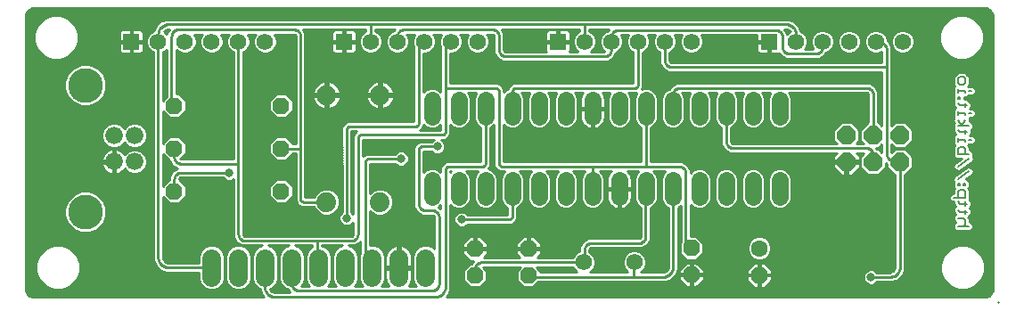
<source format=gbl>
G75*
%MOIN*%
%OFA0B0*%
%FSLAX24Y24*%
%IPPOS*%
%LPD*%
%AMOC8*
5,1,8,0,0,1.08239X$1,22.5*
%
%ADD10C,0.0070*%
%ADD11C,0.0620*%
%ADD12C,0.0620*%
%ADD13OC8,0.0620*%
%ADD14C,0.0740*%
%ADD15C,0.0660*%
%ADD16C,0.1300*%
%ADD17OC8,0.0630*%
%ADD18C,0.0630*%
%ADD19OC8,0.0700*%
%ADD20C,0.0700*%
%ADD21R,0.0615X0.0615*%
%ADD22C,0.0615*%
%ADD23C,0.0100*%
%ADD24C,0.0317*%
D10*
X036616Y003036D02*
X037046Y003036D01*
X036616Y003036D01*
X036831Y003036D02*
X036903Y003108D01*
X036903Y003251D01*
X036831Y003323D01*
X036616Y003323D01*
X036831Y003323D01*
X036903Y003251D01*
X036903Y003108D01*
X036831Y003036D01*
X036903Y003496D02*
X036903Y003640D01*
X036903Y003496D01*
X036975Y003568D02*
X036688Y003568D01*
X036616Y003640D01*
X036688Y003568D01*
X036975Y003568D01*
X036903Y003803D02*
X036903Y003947D01*
X036903Y003803D01*
X036975Y003875D02*
X036688Y003875D01*
X036616Y003947D01*
X036688Y003875D01*
X036975Y003875D01*
X036903Y004110D02*
X036472Y004110D01*
X036903Y004110D01*
X036903Y004325D01*
X036831Y004397D01*
X036688Y004397D01*
X036616Y004325D01*
X036616Y004110D01*
X036616Y004325D01*
X036688Y004397D01*
X036831Y004397D01*
X036903Y004325D01*
X036903Y004110D01*
X036903Y004571D02*
X036831Y004571D01*
X036831Y004642D01*
X036903Y004642D01*
X036903Y004571D01*
X036831Y004571D01*
X036831Y004642D01*
X036903Y004642D01*
X036903Y004571D01*
X036688Y004571D02*
X036688Y004642D01*
X036616Y004642D01*
X036616Y004571D01*
X036688Y004571D01*
X036616Y004571D01*
X036616Y004642D01*
X036688Y004642D01*
X036688Y004571D01*
X036616Y004801D02*
X037046Y005088D01*
X036616Y004801D01*
X036616Y005261D02*
X037046Y005548D01*
X036616Y005261D01*
X036616Y005722D02*
X036616Y005937D01*
X036688Y006008D01*
X036831Y006008D01*
X036903Y005937D01*
X036903Y005722D01*
X036903Y005937D01*
X036831Y006008D01*
X036688Y006008D01*
X036616Y005937D01*
X036616Y005722D01*
X037046Y005722D01*
X036616Y005722D01*
X036616Y006182D02*
X036616Y006325D01*
X036616Y006182D01*
X036616Y006254D02*
X036903Y006254D01*
X036903Y006182D01*
X036903Y006254D01*
X036616Y006254D01*
X037046Y006254D02*
X037118Y006254D01*
X037046Y006254D01*
X036903Y006489D02*
X036903Y006632D01*
X036903Y006489D01*
X036975Y006561D02*
X036688Y006561D01*
X036616Y006632D01*
X036688Y006561D01*
X036975Y006561D01*
X037046Y006796D02*
X036616Y006796D01*
X037046Y006796D01*
X036903Y007011D02*
X036759Y006796D01*
X036616Y007011D01*
X036759Y006796D01*
X036903Y007011D01*
X036903Y007179D02*
X036903Y007251D01*
X036616Y007251D01*
X036903Y007251D01*
X036903Y007179D01*
X037046Y007251D02*
X037118Y007251D01*
X037046Y007251D01*
X036616Y007179D02*
X036616Y007323D01*
X036616Y007179D01*
X036903Y007486D02*
X036903Y007630D01*
X036903Y007486D01*
X036975Y007558D02*
X036688Y007558D01*
X036616Y007630D01*
X036688Y007558D01*
X036975Y007558D01*
X036688Y007793D02*
X036688Y007865D01*
X036616Y007865D01*
X036616Y007793D01*
X036688Y007793D01*
X036688Y007865D01*
X036616Y007865D01*
X036616Y007793D01*
X036688Y007793D01*
X036616Y008023D02*
X036616Y008167D01*
X036616Y008023D01*
X036616Y008095D02*
X036903Y008095D01*
X036903Y008023D01*
X036903Y008095D01*
X036616Y008095D01*
X037046Y008095D02*
X037118Y008095D01*
X037046Y008095D01*
X036831Y008330D02*
X036688Y008330D01*
X036616Y008402D01*
X036616Y008546D01*
X036688Y008617D01*
X036831Y008617D01*
X036903Y008546D01*
X036903Y008402D01*
X036831Y008330D01*
X036688Y008330D01*
X036616Y008402D01*
X036616Y008546D01*
X036688Y008617D01*
X036831Y008617D01*
X036903Y008546D01*
X036903Y008402D01*
X036831Y008330D01*
D11*
X029961Y007749D02*
X029961Y007129D01*
X028961Y007129D02*
X028961Y007749D01*
X027961Y007749D02*
X027961Y007129D01*
X026961Y007129D02*
X026961Y007749D01*
X025961Y007749D02*
X025961Y007129D01*
X024961Y007129D02*
X024961Y007749D01*
X023961Y007749D02*
X023961Y007129D01*
X022961Y007129D02*
X022961Y007749D01*
X021961Y007749D02*
X021961Y007129D01*
X020961Y007129D02*
X020961Y007749D01*
X019961Y007749D02*
X019961Y007129D01*
X018961Y007129D02*
X018961Y007749D01*
X017961Y007749D02*
X017961Y007129D01*
X016961Y007129D02*
X016961Y007749D01*
X016961Y004749D02*
X016961Y004129D01*
X017961Y004129D02*
X017961Y004749D01*
X018961Y004749D02*
X018961Y004129D01*
X019961Y004129D02*
X019961Y004749D01*
X020961Y004749D02*
X020961Y004129D01*
X021961Y004129D02*
X021961Y004749D01*
X022961Y004749D02*
X022961Y004129D01*
X023961Y004129D02*
X023961Y004749D01*
X024961Y004749D02*
X024961Y004129D01*
X025961Y004129D02*
X025961Y004749D01*
X026961Y004749D02*
X026961Y004129D01*
X027961Y004129D02*
X027961Y004749D01*
X028961Y004749D02*
X028961Y004129D01*
X029961Y004129D02*
X029961Y004749D01*
D12*
X024527Y001681D03*
X022627Y001681D03*
D13*
X020561Y001189D03*
X018561Y001189D03*
X018561Y002189D03*
X020561Y002189D03*
X026656Y002217D03*
X026656Y001217D03*
X011311Y004339D03*
X007311Y004339D03*
X007311Y005939D03*
X011311Y005939D03*
X011311Y007539D03*
X007311Y007539D03*
D14*
X013011Y007939D03*
X015011Y007939D03*
X015011Y003939D03*
X013011Y003939D03*
D15*
X005841Y005447D03*
X005061Y005447D03*
X005061Y006431D03*
X005841Y006431D03*
D16*
X003991Y008309D03*
X003991Y003569D03*
D17*
X029199Y001209D03*
D18*
X029199Y002209D03*
D19*
X032461Y005439D03*
X033461Y005439D03*
X034461Y005439D03*
X034461Y006439D03*
X033461Y006439D03*
X032461Y006439D03*
D20*
X016711Y001839D02*
X016711Y001139D01*
X015711Y001139D02*
X015711Y001839D01*
X014711Y001839D02*
X014711Y001139D01*
X013711Y001139D02*
X013711Y001839D01*
X012711Y001839D02*
X012711Y001139D01*
X011711Y001139D02*
X011711Y001839D01*
X010711Y001839D02*
X010711Y001139D01*
X009711Y001139D02*
X009711Y001839D01*
X008711Y001839D02*
X008711Y001139D01*
D21*
X005711Y009939D03*
X013661Y009939D03*
X021661Y009939D03*
X029561Y009939D03*
D22*
X030561Y009939D03*
X031561Y009939D03*
X032561Y009939D03*
X033561Y009939D03*
X034561Y009939D03*
X026661Y009939D03*
X025661Y009939D03*
X024661Y009939D03*
X023661Y009939D03*
X022661Y009939D03*
X018661Y009939D03*
X017661Y009939D03*
X016661Y009939D03*
X015661Y009939D03*
X014661Y009939D03*
X010711Y009939D03*
X009711Y009939D03*
X008711Y009939D03*
X007711Y009939D03*
X006711Y009939D03*
D23*
X001767Y000631D02*
X001812Y000523D01*
X001895Y000440D01*
X002003Y000395D01*
X002061Y000389D01*
X010674Y000389D01*
X010606Y000458D01*
X010606Y000458D01*
X010518Y000669D01*
X010518Y000700D01*
X010439Y000732D01*
X010304Y000867D01*
X010231Y001044D01*
X010231Y001935D01*
X010304Y002111D01*
X010439Y002246D01*
X010599Y002313D01*
X009846Y002313D01*
X009646Y002428D01*
X009646Y002428D01*
X009531Y002627D01*
X009531Y004790D01*
X009525Y004784D01*
X009419Y004740D01*
X009304Y004740D01*
X009198Y004784D01*
X009133Y004849D01*
X007561Y004849D01*
X007543Y004846D01*
X007512Y004828D01*
X007494Y004797D01*
X007491Y004779D01*
X007494Y004779D01*
X007751Y004522D01*
X007751Y004157D01*
X007494Y003899D01*
X007129Y003899D01*
X006891Y004137D01*
X006891Y001883D01*
X006895Y001841D01*
X006927Y001764D01*
X006986Y001705D01*
X007063Y001673D01*
X007105Y001669D01*
X008231Y001669D01*
X008231Y001935D01*
X008304Y002111D01*
X008439Y002246D01*
X008616Y002319D01*
X008807Y002319D01*
X008983Y002246D01*
X009118Y002111D01*
X009191Y001935D01*
X009191Y001044D01*
X009118Y000867D01*
X008983Y000732D01*
X008807Y000659D01*
X008616Y000659D01*
X008439Y000732D01*
X008304Y000867D01*
X008231Y001044D01*
X008231Y001309D01*
X006991Y001309D01*
X006780Y001397D01*
X006780Y001397D01*
X006619Y001558D01*
X006619Y001558D01*
X006531Y001769D01*
X006531Y009540D01*
X006463Y009568D01*
X006340Y009692D01*
X006274Y009852D01*
X006274Y010026D01*
X006340Y010187D01*
X006463Y010310D01*
X006546Y010344D01*
X006619Y010521D01*
X006619Y010521D01*
X006780Y010682D01*
X006780Y010682D01*
X006991Y010769D01*
X030297Y010769D01*
X030507Y010682D01*
X030507Y010682D01*
X030669Y010521D01*
X030669Y010521D01*
X030745Y010337D01*
X030809Y010310D01*
X030932Y010187D01*
X030999Y010026D01*
X030999Y009852D01*
X030932Y009692D01*
X030910Y009669D01*
X031213Y009669D01*
X031190Y009692D01*
X031124Y009852D01*
X031124Y010026D01*
X031190Y010187D01*
X031313Y010310D01*
X031474Y010377D01*
X031648Y010377D01*
X031809Y010310D01*
X031932Y010187D01*
X031999Y010026D01*
X031999Y009852D01*
X031932Y009692D01*
X031809Y009568D01*
X031678Y009514D01*
X031626Y009425D01*
X031626Y009425D01*
X031626Y009425D01*
X031426Y009309D01*
X030196Y009309D01*
X029996Y009425D01*
X029996Y009425D01*
X029950Y009505D01*
X029927Y009492D01*
X029888Y009482D01*
X029590Y009482D01*
X029590Y009911D01*
X029533Y009911D01*
X029533Y009482D01*
X029234Y009482D01*
X029196Y009492D01*
X029162Y009512D01*
X029134Y009540D01*
X029114Y009574D01*
X029104Y009612D01*
X029104Y009911D01*
X029533Y009911D01*
X029533Y009968D01*
X029104Y009968D01*
X029104Y010191D01*
X027028Y010191D01*
X027032Y010187D01*
X027099Y010026D01*
X027099Y009852D01*
X027032Y009692D01*
X026909Y009568D01*
X026748Y009502D01*
X026574Y009502D01*
X026413Y009568D01*
X026290Y009692D01*
X026224Y009852D01*
X026224Y010026D01*
X026290Y010187D01*
X026294Y010191D01*
X026028Y010191D01*
X026032Y010187D01*
X026099Y010026D01*
X026099Y009852D01*
X026032Y009692D01*
X025909Y009568D01*
X025841Y009540D01*
X025841Y009239D01*
X025844Y009221D01*
X025862Y009190D01*
X025893Y009172D01*
X025911Y009169D01*
X033781Y009169D01*
X033781Y009557D01*
X033648Y009502D01*
X033474Y009502D01*
X033313Y009568D01*
X033190Y009692D01*
X033124Y009852D01*
X033124Y010026D01*
X033190Y010187D01*
X033313Y010310D01*
X033474Y010377D01*
X033648Y010377D01*
X033809Y010310D01*
X033932Y010187D01*
X033999Y010026D01*
X033999Y009970D01*
X034026Y009954D01*
X034026Y009954D01*
X034141Y009755D01*
X034141Y006798D01*
X034262Y006919D01*
X034660Y006919D01*
X034941Y006638D01*
X034941Y006241D01*
X034660Y005959D01*
X034262Y005959D01*
X034141Y006081D01*
X034141Y005798D01*
X034262Y005919D01*
X034660Y005919D01*
X034941Y005638D01*
X034941Y005241D01*
X034660Y004959D01*
X034641Y004959D01*
X034641Y001409D01*
X034554Y001198D01*
X034554Y001198D01*
X034393Y001037D01*
X034393Y001037D01*
X034182Y000949D01*
X033610Y000949D01*
X033545Y000885D01*
X033439Y000841D01*
X033324Y000841D01*
X033218Y000885D01*
X033137Y000966D01*
X033093Y001072D01*
X033093Y001187D01*
X033137Y001293D01*
X033218Y001374D01*
X033324Y001418D01*
X033439Y001418D01*
X033545Y001374D01*
X033610Y001309D01*
X034068Y001309D01*
X034109Y001313D01*
X034186Y001345D01*
X034245Y001404D01*
X034277Y001481D01*
X034281Y001523D01*
X034281Y004959D01*
X034262Y004959D01*
X033981Y005241D01*
X033981Y005376D01*
X033941Y005399D01*
X033941Y005241D01*
X033660Y004959D01*
X033262Y004959D01*
X032981Y005241D01*
X032981Y005638D01*
X033115Y005772D01*
X032835Y005772D01*
X032961Y005646D01*
X032961Y005489D01*
X032511Y005489D01*
X032511Y005389D01*
X032511Y004939D01*
X032668Y004939D01*
X032961Y005232D01*
X032961Y005389D01*
X032511Y005389D01*
X032411Y005389D01*
X032411Y004939D01*
X032254Y004939D01*
X031961Y005232D01*
X031961Y005389D01*
X032411Y005389D01*
X032411Y005489D01*
X031961Y005489D01*
X031961Y005646D01*
X032087Y005772D01*
X028096Y005772D01*
X027896Y005888D01*
X027896Y005888D01*
X027781Y006087D01*
X027781Y006728D01*
X027712Y006756D01*
X027588Y006880D01*
X027521Y007042D01*
X027521Y007837D01*
X027588Y007999D01*
X027612Y008022D01*
X027311Y008022D01*
X027334Y007999D01*
X027401Y007837D01*
X027401Y007042D01*
X027334Y006880D01*
X027210Y006756D01*
X027049Y006689D01*
X026874Y006689D01*
X026712Y006756D01*
X026588Y006880D01*
X026521Y007042D01*
X026521Y007837D01*
X026588Y007999D01*
X026612Y008022D01*
X026311Y008022D01*
X026334Y007999D01*
X026401Y007837D01*
X026401Y007042D01*
X026334Y006880D01*
X026210Y006756D01*
X026049Y006689D01*
X025874Y006689D01*
X025712Y006756D01*
X025588Y006880D01*
X025521Y007042D01*
X025521Y007837D01*
X025588Y007999D01*
X025712Y008122D01*
X025845Y008177D01*
X025896Y008267D01*
X025896Y008267D01*
X026096Y008382D01*
X033326Y008382D01*
X033526Y008267D01*
X033526Y008267D01*
X033526Y008267D01*
X033641Y008067D01*
X033641Y006919D01*
X033660Y006919D01*
X033781Y006798D01*
X033781Y008809D01*
X025796Y008809D01*
X025596Y008925D01*
X025596Y008925D01*
X025481Y009124D01*
X025481Y009540D01*
X025413Y009568D01*
X025290Y009692D01*
X025224Y009852D01*
X025224Y010026D01*
X025290Y010187D01*
X025294Y010191D01*
X025028Y010191D01*
X025032Y010187D01*
X025099Y010026D01*
X025099Y009852D01*
X025032Y009692D01*
X024909Y009568D01*
X024841Y009540D01*
X024841Y008245D01*
X024789Y008154D01*
X024874Y008189D01*
X025049Y008189D01*
X025210Y008122D01*
X025334Y007999D01*
X025401Y007837D01*
X025401Y007042D01*
X025334Y006880D01*
X025210Y006756D01*
X025129Y006723D01*
X025129Y005448D01*
X026311Y005448D01*
X026510Y005333D01*
X026510Y005333D01*
X026626Y005133D01*
X026626Y005036D01*
X026712Y005122D01*
X026874Y005189D01*
X027049Y005189D01*
X027210Y005122D01*
X027334Y004999D01*
X027401Y004837D01*
X027401Y004042D01*
X027334Y003880D01*
X027210Y003756D01*
X027049Y003689D01*
X026874Y003689D01*
X026712Y003756D01*
X026626Y003843D01*
X026626Y002657D01*
X026838Y002657D01*
X027096Y002399D01*
X027096Y002035D01*
X026838Y001777D01*
X026473Y001777D01*
X026216Y002035D01*
X026216Y002399D01*
X026266Y002449D01*
X026266Y003811D01*
X026210Y003756D01*
X026151Y003732D01*
X026151Y001414D01*
X026063Y001203D01*
X026063Y001203D01*
X025902Y001042D01*
X025902Y001042D01*
X025691Y000954D01*
X020948Y000954D01*
X020744Y000749D01*
X020379Y000749D01*
X020121Y001007D01*
X020121Y001372D01*
X020251Y001501D01*
X018871Y001501D01*
X019001Y001372D01*
X019001Y001007D01*
X018744Y000749D01*
X018379Y000749D01*
X018121Y001007D01*
X018121Y001372D01*
X018379Y001629D01*
X018429Y001629D01*
X018487Y001729D01*
X018371Y001729D01*
X018101Y001999D01*
X018101Y002159D01*
X018531Y002159D01*
X018531Y002219D01*
X018101Y002219D01*
X018101Y002380D01*
X018371Y002649D01*
X018531Y002649D01*
X018531Y002219D01*
X018591Y002219D01*
X019021Y002219D01*
X019021Y002380D01*
X018752Y002649D01*
X018591Y002649D01*
X018591Y002219D01*
X018591Y002159D01*
X019021Y002159D01*
X019021Y001999D01*
X018884Y001861D01*
X020239Y001861D01*
X020101Y001999D01*
X020101Y002159D01*
X020531Y002159D01*
X020531Y002219D01*
X020101Y002219D01*
X020101Y002380D01*
X020371Y002649D01*
X020531Y002649D01*
X020531Y002219D01*
X020591Y002219D01*
X021021Y002219D01*
X021021Y002380D01*
X020752Y002649D01*
X020591Y002649D01*
X020591Y002219D01*
X020591Y002159D01*
X021021Y002159D01*
X021021Y001999D01*
X020884Y001861D01*
X022225Y001861D01*
X022254Y001931D01*
X022378Y002055D01*
X022481Y002097D01*
X022481Y002270D01*
X022596Y002469D01*
X022596Y002469D01*
X022596Y002469D01*
X022796Y002584D01*
X024697Y002584D01*
X024715Y002587D01*
X024747Y002605D01*
X024765Y002636D01*
X024767Y002654D01*
X024767Y003734D01*
X024712Y003756D01*
X024588Y003880D01*
X024521Y004042D01*
X024521Y004837D01*
X024588Y004999D01*
X024678Y005088D01*
X024273Y005088D01*
X024312Y005049D01*
X024355Y004990D01*
X024388Y004926D01*
X024410Y004857D01*
X024421Y004786D01*
X024421Y004469D01*
X023991Y004469D01*
X023991Y004409D01*
X023991Y003669D01*
X023997Y003669D01*
X024069Y003681D01*
X024138Y003703D01*
X024202Y003736D01*
X024261Y003779D01*
X024312Y003830D01*
X024355Y003888D01*
X024388Y003953D01*
X024410Y004022D01*
X024421Y004093D01*
X024421Y004409D01*
X023991Y004409D01*
X023931Y004409D01*
X023931Y003669D01*
X023925Y003669D01*
X023854Y003681D01*
X023785Y003703D01*
X023720Y003736D01*
X023662Y003779D01*
X023610Y003830D01*
X023568Y003888D01*
X023535Y003953D01*
X023513Y004022D01*
X023501Y004093D01*
X023501Y004409D01*
X023931Y004409D01*
X023931Y004469D01*
X023501Y004469D01*
X023501Y004786D01*
X023513Y004857D01*
X023535Y004926D01*
X023568Y004990D01*
X023610Y005049D01*
X023649Y005088D01*
X023245Y005088D01*
X023334Y004999D01*
X023401Y004837D01*
X023401Y004042D01*
X023334Y003880D01*
X023210Y003756D01*
X023049Y003689D01*
X022874Y003689D01*
X022712Y003756D01*
X022588Y003880D01*
X022521Y004042D01*
X022521Y004837D01*
X022588Y004999D01*
X022678Y005088D01*
X022245Y005088D01*
X022334Y004999D01*
X022401Y004837D01*
X022401Y004042D01*
X022334Y003880D01*
X022210Y003756D01*
X022049Y003689D01*
X021874Y003689D01*
X021712Y003756D01*
X021588Y003880D01*
X021521Y004042D01*
X021521Y004837D01*
X021588Y004999D01*
X021678Y005088D01*
X021245Y005088D01*
X021334Y004999D01*
X021401Y004837D01*
X021401Y004042D01*
X021334Y003880D01*
X021210Y003756D01*
X021049Y003689D01*
X020874Y003689D01*
X020712Y003756D01*
X020588Y003880D01*
X020521Y004042D01*
X020521Y004837D01*
X020588Y004999D01*
X020678Y005088D01*
X020245Y005088D01*
X020334Y004999D01*
X020401Y004837D01*
X020401Y004042D01*
X020334Y003880D01*
X020210Y003756D01*
X020141Y003728D01*
X020141Y003333D01*
X020060Y003191D01*
X020060Y003191D01*
X020060Y003191D01*
X019918Y003109D01*
X018290Y003109D01*
X018225Y003045D01*
X018119Y003001D01*
X018004Y003001D01*
X017898Y003045D01*
X017816Y003126D01*
X017773Y003232D01*
X017773Y003347D01*
X017816Y003453D01*
X017898Y003534D01*
X018004Y003578D01*
X018119Y003578D01*
X018225Y003534D01*
X018290Y003469D01*
X019781Y003469D01*
X019781Y003728D01*
X019712Y003756D01*
X019588Y003880D01*
X019521Y004042D01*
X019521Y004837D01*
X019588Y004999D01*
X019678Y005088D01*
X019505Y005088D01*
X019363Y005170D01*
X019363Y005170D01*
X019281Y005311D01*
X019141Y005311D01*
X019141Y006728D01*
X019210Y006756D01*
X019281Y006827D01*
X019281Y005311D01*
X019281Y005410D02*
X019141Y005410D01*
X019141Y005508D02*
X019281Y005508D01*
X019281Y005607D02*
X019141Y005607D01*
X019141Y005705D02*
X019281Y005705D01*
X019281Y005804D02*
X019141Y005804D01*
X019141Y005902D02*
X019281Y005902D01*
X019281Y006001D02*
X019141Y006001D01*
X019141Y006099D02*
X019281Y006099D01*
X019281Y006198D02*
X019141Y006198D01*
X019141Y006296D02*
X019281Y006296D01*
X019281Y006395D02*
X019141Y006395D01*
X019141Y006493D02*
X019281Y006493D01*
X019281Y006592D02*
X019141Y006592D01*
X019141Y006690D02*
X019281Y006690D01*
X019281Y006789D02*
X019243Y006789D01*
X019641Y006789D02*
X019679Y006789D01*
X019712Y006756D02*
X019874Y006689D01*
X020049Y006689D01*
X020210Y006756D01*
X020334Y006880D01*
X020401Y007042D01*
X020401Y007837D01*
X020334Y007999D01*
X020311Y008022D01*
X020612Y008022D01*
X020588Y007999D01*
X020521Y007837D01*
X020521Y007042D01*
X020588Y006880D01*
X020712Y006756D01*
X020874Y006689D01*
X021049Y006689D01*
X021210Y006756D01*
X021334Y006880D01*
X021401Y007042D01*
X021401Y007837D01*
X021334Y007999D01*
X021311Y008022D01*
X021612Y008022D01*
X021588Y007999D01*
X021521Y007837D01*
X021521Y007042D01*
X021588Y006880D01*
X021712Y006756D01*
X021874Y006689D01*
X022049Y006689D01*
X022210Y006756D01*
X022334Y006880D01*
X022401Y007042D01*
X022401Y007837D01*
X022334Y007999D01*
X022311Y008022D01*
X022591Y008022D01*
X022568Y007990D01*
X022535Y007926D01*
X022513Y007857D01*
X022501Y007786D01*
X022501Y007469D01*
X022931Y007469D01*
X022931Y007409D01*
X022991Y007409D01*
X022991Y006669D01*
X022997Y006669D01*
X023069Y006681D01*
X023138Y006703D01*
X023202Y006736D01*
X023261Y006779D01*
X023312Y006830D01*
X023355Y006888D01*
X023388Y006953D01*
X023410Y007022D01*
X023421Y007093D01*
X023421Y007409D01*
X022991Y007409D01*
X022991Y007469D01*
X023421Y007469D01*
X023421Y007786D01*
X023410Y007857D01*
X023388Y007926D01*
X023355Y007990D01*
X023332Y008022D01*
X023612Y008022D01*
X023588Y007999D01*
X023521Y007837D01*
X023521Y007042D01*
X023588Y006880D01*
X023712Y006756D01*
X023874Y006689D01*
X024049Y006689D01*
X024210Y006756D01*
X024334Y006880D01*
X024401Y007042D01*
X024401Y007837D01*
X024334Y007999D01*
X024311Y008022D01*
X024612Y008022D01*
X024588Y007999D01*
X024521Y007837D01*
X024521Y007042D01*
X024588Y006880D01*
X024712Y006756D01*
X024769Y006733D01*
X024769Y005448D01*
X019641Y005448D01*
X019641Y006827D01*
X019712Y006756D01*
X019641Y006690D02*
X019871Y006690D01*
X020051Y006690D02*
X020871Y006690D01*
X021051Y006690D02*
X021871Y006690D01*
X022051Y006690D02*
X022824Y006690D01*
X022854Y006681D02*
X022925Y006669D01*
X022931Y006669D01*
X022931Y007409D01*
X022501Y007409D01*
X022501Y007093D01*
X022513Y007022D01*
X022535Y006953D01*
X022568Y006888D01*
X022610Y006830D01*
X022662Y006779D01*
X022720Y006736D01*
X022785Y006703D01*
X022854Y006681D01*
X022931Y006690D02*
X022991Y006690D01*
X022991Y006789D02*
X022931Y006789D01*
X022931Y006887D02*
X022991Y006887D01*
X022991Y006986D02*
X022931Y006986D01*
X022931Y007084D02*
X022991Y007084D01*
X022991Y007183D02*
X022931Y007183D01*
X022931Y007281D02*
X022991Y007281D01*
X022991Y007380D02*
X022931Y007380D01*
X022501Y007380D02*
X022401Y007380D01*
X022401Y007478D02*
X022501Y007478D01*
X022501Y007577D02*
X022401Y007577D01*
X022401Y007675D02*
X022501Y007675D01*
X022501Y007774D02*
X022401Y007774D01*
X022387Y007872D02*
X022518Y007872D01*
X022558Y007971D02*
X022346Y007971D01*
X021577Y007971D02*
X021346Y007971D01*
X021387Y007872D02*
X021536Y007872D01*
X021521Y007774D02*
X021401Y007774D01*
X021401Y007675D02*
X021521Y007675D01*
X021521Y007577D02*
X021401Y007577D01*
X021401Y007478D02*
X021521Y007478D01*
X021521Y007380D02*
X021401Y007380D01*
X021401Y007281D02*
X021521Y007281D01*
X021521Y007183D02*
X021401Y007183D01*
X021401Y007084D02*
X021521Y007084D01*
X021544Y006986D02*
X021378Y006986D01*
X021337Y006887D02*
X021585Y006887D01*
X021679Y006789D02*
X021243Y006789D01*
X020679Y006789D02*
X020243Y006789D01*
X020337Y006887D02*
X020585Y006887D01*
X020544Y006986D02*
X020378Y006986D01*
X020401Y007084D02*
X020521Y007084D01*
X020521Y007183D02*
X020401Y007183D01*
X020401Y007281D02*
X020521Y007281D01*
X020521Y007380D02*
X020401Y007380D01*
X020401Y007478D02*
X020521Y007478D01*
X020521Y007577D02*
X020401Y007577D01*
X020401Y007675D02*
X020521Y007675D01*
X020521Y007774D02*
X020401Y007774D01*
X020387Y007872D02*
X020536Y007872D01*
X020577Y007971D02*
X020346Y007971D01*
X020086Y008202D02*
X020066Y008200D01*
X020047Y008196D01*
X020029Y008188D01*
X020013Y008178D01*
X019998Y008165D01*
X019985Y008150D01*
X019975Y008134D01*
X019967Y008116D01*
X019963Y008097D01*
X019961Y008077D01*
X019961Y007439D01*
X018961Y007439D02*
X018961Y005393D01*
X018959Y005373D01*
X018955Y005354D01*
X018947Y005336D01*
X018937Y005320D01*
X018924Y005305D01*
X018909Y005292D01*
X018893Y005282D01*
X018875Y005274D01*
X018856Y005270D01*
X018836Y005268D01*
X017586Y005268D01*
X017566Y005266D01*
X017547Y005262D01*
X017529Y005254D01*
X017513Y005244D01*
X017498Y005231D01*
X017485Y005216D01*
X017475Y005200D01*
X017467Y005182D01*
X017463Y005163D01*
X017461Y005143D01*
X017461Y000783D01*
X017641Y000780D02*
X018348Y000780D01*
X018250Y000879D02*
X017641Y000879D01*
X017641Y000977D02*
X018151Y000977D01*
X018121Y001076D02*
X017641Y001076D01*
X017641Y001174D02*
X018121Y001174D01*
X018121Y001273D02*
X017641Y001273D01*
X017641Y001371D02*
X018121Y001371D01*
X018220Y001470D02*
X017641Y001470D01*
X017641Y001568D02*
X018318Y001568D01*
X018451Y001667D02*
X017641Y001667D01*
X017641Y001765D02*
X018335Y001765D01*
X018236Y001864D02*
X017641Y001864D01*
X017641Y001962D02*
X018138Y001962D01*
X018101Y002061D02*
X017641Y002061D01*
X017641Y002159D02*
X018531Y002159D01*
X018591Y002159D02*
X020531Y002159D01*
X020591Y002159D02*
X022481Y002159D01*
X022481Y002258D02*
X021021Y002258D01*
X021021Y002356D02*
X022531Y002356D01*
X022588Y002455D02*
X020946Y002455D01*
X020848Y002553D02*
X022742Y002553D01*
X022911Y002404D02*
X024697Y002404D01*
X024812Y002224D02*
X025012Y002340D01*
X025127Y002539D01*
X025127Y003722D01*
X025210Y003756D01*
X025334Y003880D01*
X025401Y004042D01*
X025401Y004837D01*
X025334Y004999D01*
X025245Y005088D01*
X025678Y005088D01*
X025588Y004999D01*
X025521Y004837D01*
X025521Y004042D01*
X025588Y003880D01*
X025712Y003756D01*
X025791Y003724D01*
X025791Y001528D01*
X025787Y001486D01*
X025755Y001409D01*
X025696Y001350D01*
X025619Y001318D01*
X025577Y001314D01*
X024782Y001314D01*
X024900Y001432D01*
X024967Y001594D01*
X024967Y001769D01*
X024900Y001931D01*
X024776Y002055D01*
X024615Y002121D01*
X024439Y002121D01*
X024278Y002055D01*
X024154Y001931D01*
X024087Y001769D01*
X024087Y001594D01*
X024154Y001432D01*
X024272Y001314D01*
X022882Y001314D01*
X023000Y001432D01*
X023067Y001594D01*
X023067Y001769D01*
X023000Y001931D01*
X022876Y002055D01*
X022841Y002069D01*
X022841Y002154D01*
X022844Y002172D01*
X022862Y002204D01*
X022893Y002222D01*
X022911Y002224D01*
X024812Y002224D01*
X024870Y002258D02*
X025791Y002258D01*
X025791Y002356D02*
X025022Y002356D01*
X025012Y002340D02*
X025012Y002340D01*
X025078Y002455D02*
X025791Y002455D01*
X025791Y002553D02*
X025127Y002553D01*
X025127Y002652D02*
X025791Y002652D01*
X025791Y002750D02*
X025127Y002750D01*
X025127Y002849D02*
X025791Y002849D01*
X025791Y002947D02*
X025127Y002947D01*
X025127Y003046D02*
X025791Y003046D01*
X025791Y003144D02*
X025127Y003144D01*
X025127Y003243D02*
X025791Y003243D01*
X025791Y003341D02*
X025127Y003341D01*
X025127Y003440D02*
X025791Y003440D01*
X025791Y003538D02*
X025127Y003538D01*
X025127Y003637D02*
X025791Y003637D01*
X025763Y003735D02*
X025160Y003735D01*
X025288Y003834D02*
X025634Y003834D01*
X025567Y003932D02*
X025356Y003932D01*
X025397Y004031D02*
X025526Y004031D01*
X025521Y004129D02*
X025401Y004129D01*
X025401Y004228D02*
X025521Y004228D01*
X025521Y004326D02*
X025401Y004326D01*
X025401Y004425D02*
X025521Y004425D01*
X025521Y004523D02*
X025401Y004523D01*
X025401Y004622D02*
X025521Y004622D01*
X025521Y004720D02*
X025401Y004720D01*
X025401Y004819D02*
X025521Y004819D01*
X025555Y004917D02*
X025368Y004917D01*
X025317Y005016D02*
X025606Y005016D01*
X026196Y005268D02*
X026226Y005266D01*
X026256Y005261D01*
X026285Y005252D01*
X026312Y005239D01*
X026338Y005224D01*
X026362Y005205D01*
X026383Y005184D01*
X026402Y005160D01*
X026417Y005134D01*
X026430Y005107D01*
X026439Y005078D01*
X026444Y005048D01*
X026446Y005018D01*
X026446Y002208D01*
X026561Y002289D01*
X026656Y002217D01*
X027096Y002258D02*
X028754Y002258D01*
X028754Y002298D02*
X028754Y002121D01*
X028822Y001957D01*
X028947Y001832D01*
X029111Y001764D01*
X029288Y001764D01*
X029451Y001832D01*
X029576Y001957D01*
X029644Y002121D01*
X029644Y002298D01*
X029576Y002461D01*
X029451Y002586D01*
X029288Y002654D01*
X029111Y002654D01*
X028947Y002586D01*
X028822Y002461D01*
X028754Y002298D01*
X028778Y002356D02*
X027096Y002356D01*
X027040Y002455D02*
X028819Y002455D01*
X028914Y002553D02*
X026942Y002553D01*
X026843Y002652D02*
X029105Y002652D01*
X029293Y002652D02*
X034281Y002652D01*
X034281Y002750D02*
X026626Y002750D01*
X026626Y002849D02*
X034281Y002849D01*
X034281Y002947D02*
X026626Y002947D01*
X026626Y003046D02*
X034281Y003046D01*
X034281Y003144D02*
X026626Y003144D01*
X026626Y003243D02*
X034281Y003243D01*
X034281Y003341D02*
X026626Y003341D01*
X026626Y003440D02*
X034281Y003440D01*
X034281Y003538D02*
X026626Y003538D01*
X026626Y003637D02*
X034281Y003637D01*
X034281Y003735D02*
X030160Y003735D01*
X030210Y003756D02*
X030334Y003880D01*
X030401Y004042D01*
X030401Y004837D01*
X030334Y004999D01*
X030210Y005122D01*
X030049Y005189D01*
X029874Y005189D01*
X029712Y005122D01*
X029588Y004999D01*
X029521Y004837D01*
X029521Y004042D01*
X029588Y003880D01*
X029712Y003756D01*
X029874Y003689D01*
X030049Y003689D01*
X030210Y003756D01*
X030288Y003834D02*
X034281Y003834D01*
X034281Y003932D02*
X030356Y003932D01*
X030397Y004031D02*
X034281Y004031D01*
X034281Y004129D02*
X030401Y004129D01*
X030401Y004228D02*
X034281Y004228D01*
X034281Y004326D02*
X030401Y004326D01*
X030401Y004425D02*
X034281Y004425D01*
X034281Y004523D02*
X030401Y004523D01*
X030401Y004622D02*
X034281Y004622D01*
X034281Y004720D02*
X030401Y004720D01*
X030401Y004819D02*
X034281Y004819D01*
X034281Y004917D02*
X030368Y004917D01*
X030317Y005016D02*
X032178Y005016D01*
X032079Y005114D02*
X030219Y005114D01*
X029704Y005114D02*
X029219Y005114D01*
X029210Y005122D02*
X029049Y005189D01*
X028874Y005189D01*
X028712Y005122D01*
X028588Y004999D01*
X028521Y004837D01*
X028521Y004042D01*
X028588Y003880D01*
X028712Y003756D01*
X028874Y003689D01*
X029049Y003689D01*
X029210Y003756D01*
X029334Y003880D01*
X029401Y004042D01*
X029401Y004837D01*
X029334Y004999D01*
X029210Y005122D01*
X029317Y005016D02*
X029606Y005016D01*
X029555Y004917D02*
X029368Y004917D01*
X029401Y004819D02*
X029521Y004819D01*
X029521Y004720D02*
X029401Y004720D01*
X029401Y004622D02*
X029521Y004622D01*
X029521Y004523D02*
X029401Y004523D01*
X029401Y004425D02*
X029521Y004425D01*
X029521Y004326D02*
X029401Y004326D01*
X029401Y004228D02*
X029521Y004228D01*
X029521Y004129D02*
X029401Y004129D01*
X029397Y004031D02*
X029526Y004031D01*
X029567Y003932D02*
X029356Y003932D01*
X029288Y003834D02*
X029634Y003834D01*
X029763Y003735D02*
X029160Y003735D01*
X028763Y003735D02*
X028160Y003735D01*
X028210Y003756D02*
X028334Y003880D01*
X028401Y004042D01*
X028401Y004837D01*
X028334Y004999D01*
X028210Y005122D01*
X028049Y005189D01*
X027874Y005189D01*
X027712Y005122D01*
X027588Y004999D01*
X027521Y004837D01*
X027521Y004042D01*
X027588Y003880D01*
X027712Y003756D01*
X027874Y003689D01*
X028049Y003689D01*
X028210Y003756D01*
X028288Y003834D02*
X028634Y003834D01*
X028567Y003932D02*
X028356Y003932D01*
X028397Y004031D02*
X028526Y004031D01*
X028521Y004129D02*
X028401Y004129D01*
X028401Y004228D02*
X028521Y004228D01*
X028521Y004326D02*
X028401Y004326D01*
X028401Y004425D02*
X028521Y004425D01*
X028521Y004523D02*
X028401Y004523D01*
X028401Y004622D02*
X028521Y004622D01*
X028521Y004720D02*
X028401Y004720D01*
X028401Y004819D02*
X028521Y004819D01*
X028555Y004917D02*
X028368Y004917D01*
X028317Y005016D02*
X028606Y005016D01*
X028704Y005114D02*
X028219Y005114D01*
X027704Y005114D02*
X027219Y005114D01*
X027317Y005016D02*
X027606Y005016D01*
X027555Y004917D02*
X027368Y004917D01*
X027401Y004819D02*
X027521Y004819D01*
X027521Y004720D02*
X027401Y004720D01*
X027401Y004622D02*
X027521Y004622D01*
X027521Y004523D02*
X027401Y004523D01*
X027401Y004425D02*
X027521Y004425D01*
X027521Y004326D02*
X027401Y004326D01*
X027401Y004228D02*
X027521Y004228D01*
X027521Y004129D02*
X027401Y004129D01*
X027397Y004031D02*
X027526Y004031D01*
X027567Y003932D02*
X027356Y003932D01*
X027288Y003834D02*
X027634Y003834D01*
X027763Y003735D02*
X027160Y003735D01*
X026763Y003735D02*
X026626Y003735D01*
X026626Y003834D02*
X026634Y003834D01*
X026266Y003735D02*
X026160Y003735D01*
X026151Y003637D02*
X026266Y003637D01*
X026266Y003538D02*
X026151Y003538D01*
X026151Y003440D02*
X026266Y003440D01*
X026266Y003341D02*
X026151Y003341D01*
X026151Y003243D02*
X026266Y003243D01*
X026266Y003144D02*
X026151Y003144D01*
X026151Y003046D02*
X026266Y003046D01*
X026266Y002947D02*
X026151Y002947D01*
X026151Y002849D02*
X026266Y002849D01*
X026266Y002750D02*
X026151Y002750D01*
X026151Y002652D02*
X026266Y002652D01*
X026266Y002553D02*
X026151Y002553D01*
X026151Y002455D02*
X026266Y002455D01*
X026216Y002356D02*
X026151Y002356D01*
X026151Y002258D02*
X026216Y002258D01*
X026216Y002159D02*
X026151Y002159D01*
X026151Y002061D02*
X026216Y002061D01*
X026151Y001962D02*
X026288Y001962D01*
X026387Y001864D02*
X026151Y001864D01*
X026151Y001765D02*
X029107Y001765D01*
X029169Y001674D02*
X029006Y001674D01*
X028734Y001402D01*
X028734Y001239D01*
X029169Y001239D01*
X029169Y001179D01*
X028734Y001179D01*
X028734Y001016D01*
X029006Y000744D01*
X029169Y000744D01*
X029169Y001179D01*
X029229Y001179D01*
X029229Y000744D01*
X029392Y000744D01*
X029664Y001016D01*
X029664Y001179D01*
X029229Y001179D01*
X029229Y001239D01*
X029169Y001239D01*
X029169Y001674D01*
X029169Y001667D02*
X029229Y001667D01*
X029229Y001674D02*
X029229Y001239D01*
X029664Y001239D01*
X029664Y001402D01*
X029392Y001674D01*
X029229Y001674D01*
X029229Y001568D02*
X029169Y001568D01*
X029169Y001470D02*
X029229Y001470D01*
X029229Y001371D02*
X029169Y001371D01*
X029169Y001273D02*
X029229Y001273D01*
X029229Y001174D02*
X029169Y001174D01*
X029169Y001076D02*
X029229Y001076D01*
X029229Y000977D02*
X029169Y000977D01*
X029169Y000879D02*
X029229Y000879D01*
X029229Y000780D02*
X029169Y000780D01*
X028970Y000780D02*
X026870Y000780D01*
X026846Y000757D02*
X027116Y001026D01*
X027116Y001187D01*
X026686Y001187D01*
X026686Y001247D01*
X027116Y001247D01*
X027116Y001407D01*
X026846Y001677D01*
X026686Y001677D01*
X026686Y001247D01*
X026626Y001247D01*
X026626Y001677D01*
X026465Y001677D01*
X026196Y001407D01*
X026196Y001247D01*
X026626Y001247D01*
X026626Y001187D01*
X026686Y001187D01*
X026686Y000757D01*
X026846Y000757D01*
X026686Y000780D02*
X026626Y000780D01*
X026626Y000757D02*
X026626Y001187D01*
X026196Y001187D01*
X026196Y001026D01*
X026465Y000757D01*
X026626Y000757D01*
X026626Y000879D02*
X026686Y000879D01*
X026686Y000977D02*
X026626Y000977D01*
X026626Y001076D02*
X026686Y001076D01*
X026686Y001174D02*
X026626Y001174D01*
X026626Y001273D02*
X026686Y001273D01*
X026686Y001371D02*
X026626Y001371D01*
X026626Y001470D02*
X026686Y001470D01*
X026686Y001568D02*
X026626Y001568D01*
X026626Y001667D02*
X026686Y001667D01*
X026856Y001667D02*
X028999Y001667D01*
X028901Y001568D02*
X026955Y001568D01*
X027053Y001470D02*
X028802Y001470D01*
X028734Y001371D02*
X027116Y001371D01*
X027116Y001273D02*
X028734Y001273D01*
X028734Y001174D02*
X027116Y001174D01*
X027116Y001076D02*
X028734Y001076D01*
X028773Y000977D02*
X027067Y000977D01*
X026968Y000879D02*
X028872Y000879D01*
X029428Y000780D02*
X036354Y000780D01*
X036341Y000786D02*
X036646Y000659D01*
X036976Y000659D01*
X037281Y000786D01*
X037515Y001019D01*
X037641Y001324D01*
X037641Y001654D01*
X037515Y001959D01*
X037281Y002193D01*
X036976Y002319D01*
X036646Y002319D01*
X036341Y002193D01*
X036108Y001959D01*
X035981Y001654D01*
X035981Y001324D01*
X036108Y001019D01*
X036341Y000786D01*
X036248Y000879D02*
X033531Y000879D01*
X033232Y000879D02*
X029526Y000879D01*
X029625Y000977D02*
X033132Y000977D01*
X033093Y001076D02*
X029664Y001076D01*
X029664Y001174D02*
X033093Y001174D01*
X033129Y001273D02*
X029664Y001273D01*
X029664Y001371D02*
X033215Y001371D01*
X033548Y001371D02*
X034212Y001371D01*
X034272Y001470D02*
X029596Y001470D01*
X029497Y001568D02*
X034281Y001568D01*
X034281Y001667D02*
X029399Y001667D01*
X029291Y001765D02*
X034281Y001765D01*
X034281Y001864D02*
X029483Y001864D01*
X029579Y001962D02*
X034281Y001962D01*
X034281Y002061D02*
X029619Y002061D01*
X029644Y002159D02*
X034281Y002159D01*
X034281Y002258D02*
X029644Y002258D01*
X029620Y002356D02*
X034281Y002356D01*
X034281Y002455D02*
X029579Y002455D01*
X029484Y002553D02*
X034281Y002553D01*
X034641Y002553D02*
X037931Y002553D01*
X037931Y002455D02*
X034641Y002455D01*
X034641Y002356D02*
X037931Y002356D01*
X037931Y002258D02*
X037125Y002258D01*
X037315Y002159D02*
X037931Y002159D01*
X037931Y002061D02*
X037413Y002061D01*
X037512Y001962D02*
X037931Y001962D01*
X037931Y001864D02*
X037554Y001864D01*
X037595Y001765D02*
X037931Y001765D01*
X037931Y001667D02*
X037636Y001667D01*
X037641Y001568D02*
X037931Y001568D01*
X037931Y001470D02*
X037641Y001470D01*
X037641Y001371D02*
X037931Y001371D01*
X037931Y001273D02*
X037620Y001273D01*
X037579Y001174D02*
X037931Y001174D01*
X037931Y001076D02*
X037538Y001076D01*
X037473Y000977D02*
X037931Y000977D01*
X037931Y000879D02*
X037374Y000879D01*
X037268Y000780D02*
X037931Y000780D01*
X037931Y000689D02*
X037926Y000631D01*
X037881Y000523D01*
X037798Y000440D01*
X037690Y000395D01*
X037631Y000389D01*
X017485Y000389D01*
X017554Y000458D01*
X017641Y000669D01*
X017641Y003827D01*
X017712Y003756D01*
X017874Y003689D01*
X018049Y003689D01*
X018210Y003756D01*
X018334Y003880D01*
X018401Y004042D01*
X018401Y004837D01*
X018334Y004999D01*
X018245Y005088D01*
X018678Y005088D01*
X018588Y004999D01*
X018521Y004837D01*
X018521Y004042D01*
X018588Y003880D01*
X018712Y003756D01*
X018874Y003689D01*
X019049Y003689D01*
X019210Y003756D01*
X019334Y003880D01*
X019401Y004042D01*
X019401Y004837D01*
X019334Y004999D01*
X019210Y005122D01*
X019067Y005182D01*
X019141Y005311D01*
X019084Y005213D02*
X019338Y005213D01*
X019363Y005170D02*
X019363Y005170D01*
X019459Y005114D02*
X019219Y005114D01*
X019317Y005016D02*
X019606Y005016D01*
X019555Y004917D02*
X019368Y004917D01*
X019401Y004819D02*
X019521Y004819D01*
X019521Y004720D02*
X019401Y004720D01*
X019401Y004622D02*
X019521Y004622D01*
X019521Y004523D02*
X019401Y004523D01*
X019401Y004425D02*
X019521Y004425D01*
X019521Y004326D02*
X019401Y004326D01*
X019401Y004228D02*
X019521Y004228D01*
X019521Y004129D02*
X019401Y004129D01*
X019397Y004031D02*
X019526Y004031D01*
X019567Y003932D02*
X019356Y003932D01*
X019288Y003834D02*
X019634Y003834D01*
X019763Y003735D02*
X019160Y003735D01*
X018763Y003735D02*
X018160Y003735D01*
X018288Y003834D02*
X018634Y003834D01*
X018567Y003932D02*
X018356Y003932D01*
X018397Y004031D02*
X018526Y004031D01*
X018521Y004129D02*
X018401Y004129D01*
X018401Y004228D02*
X018521Y004228D01*
X018521Y004326D02*
X018401Y004326D01*
X018401Y004425D02*
X018521Y004425D01*
X018521Y004523D02*
X018401Y004523D01*
X018401Y004622D02*
X018521Y004622D01*
X018521Y004720D02*
X018401Y004720D01*
X018401Y004819D02*
X018521Y004819D01*
X018555Y004917D02*
X018368Y004917D01*
X018317Y005016D02*
X018606Y005016D01*
X017678Y005088D02*
X017641Y005052D01*
X017641Y005088D01*
X017661Y005088D01*
X017678Y005088D01*
X017281Y005114D02*
X017219Y005114D01*
X017210Y005122D02*
X017049Y005189D01*
X016874Y005189D01*
X016712Y005122D01*
X016641Y005052D01*
X016641Y005837D01*
X016924Y005837D01*
X016989Y005772D01*
X017095Y005728D01*
X017210Y005728D01*
X017316Y005772D01*
X017397Y005853D01*
X017441Y005959D01*
X017441Y006074D01*
X017397Y006180D01*
X017316Y006262D01*
X017289Y006273D01*
X017408Y006273D01*
X017416Y006273D01*
X017557Y006355D01*
X017639Y006496D01*
X017639Y006829D01*
X017712Y006756D01*
X017874Y006689D01*
X018049Y006689D01*
X018210Y006756D01*
X018334Y006880D01*
X018401Y007042D01*
X018401Y007837D01*
X018334Y007999D01*
X018311Y008022D01*
X018612Y008022D01*
X018588Y007999D01*
X018521Y007837D01*
X018521Y007042D01*
X018588Y006880D01*
X018712Y006756D01*
X018781Y006728D01*
X018781Y005448D01*
X017505Y005448D01*
X017363Y005366D01*
X017281Y005225D01*
X017281Y005052D01*
X017210Y005122D01*
X017281Y005213D02*
X016641Y005213D01*
X016641Y005311D02*
X017331Y005311D01*
X017363Y005366D02*
X017363Y005366D01*
X017363Y005366D01*
X017438Y005410D02*
X016641Y005410D01*
X016641Y005508D02*
X018781Y005508D01*
X018781Y005607D02*
X016641Y005607D01*
X016641Y005705D02*
X018781Y005705D01*
X018781Y005804D02*
X017348Y005804D01*
X017418Y005902D02*
X018781Y005902D01*
X018781Y006001D02*
X017441Y006001D01*
X017431Y006099D02*
X018781Y006099D01*
X018781Y006198D02*
X017380Y006198D01*
X017456Y006296D02*
X018781Y006296D01*
X018781Y006395D02*
X017580Y006395D01*
X017557Y006355D02*
X017557Y006355D01*
X017557Y006355D01*
X017334Y006453D02*
X014311Y006453D01*
X014291Y006451D01*
X014272Y006447D01*
X014254Y006439D01*
X014238Y006429D01*
X014223Y006416D01*
X014210Y006401D01*
X014200Y006385D01*
X014192Y006367D01*
X014188Y006348D01*
X014186Y006328D01*
X014186Y002743D01*
X014006Y002743D02*
X014003Y002724D01*
X013985Y002693D01*
X013954Y002675D01*
X013936Y002673D01*
X009961Y002673D01*
X009943Y002675D01*
X009912Y002693D01*
X009894Y002724D01*
X009891Y002743D01*
X009891Y009540D01*
X009959Y009568D01*
X010082Y009692D01*
X010149Y009852D01*
X010149Y010026D01*
X010082Y010187D01*
X010060Y010209D01*
X010363Y010209D01*
X010340Y010187D01*
X010274Y010026D01*
X010274Y009852D01*
X010340Y009692D01*
X010463Y009568D01*
X010624Y009502D01*
X010798Y009502D01*
X010959Y009568D01*
X011082Y009692D01*
X011149Y009852D01*
X011149Y010026D01*
X011082Y010187D01*
X011060Y010209D01*
X011783Y010209D01*
X011801Y010207D01*
X011832Y010189D01*
X011851Y010157D01*
X011853Y010139D01*
X011853Y006119D01*
X011751Y006119D01*
X011751Y006122D01*
X011494Y006379D01*
X011129Y006379D01*
X010871Y006122D01*
X010871Y005757D01*
X011129Y005499D01*
X011494Y005499D01*
X011751Y005757D01*
X011751Y005759D01*
X011853Y005759D01*
X011853Y003983D01*
X011935Y003841D01*
X012076Y003759D01*
X012545Y003759D01*
X012587Y003656D01*
X012728Y003515D01*
X012912Y003439D01*
X013111Y003439D01*
X013294Y003515D01*
X013435Y003656D01*
X013511Y003840D01*
X013511Y004039D01*
X013435Y004223D01*
X013294Y004363D01*
X013111Y004439D01*
X012912Y004439D01*
X012728Y004363D01*
X012587Y004223D01*
X012545Y004119D01*
X012213Y004119D01*
X012213Y010255D01*
X012124Y010409D01*
X014481Y010409D01*
X014481Y010338D01*
X014413Y010310D01*
X014290Y010187D01*
X014224Y010026D01*
X014224Y009852D01*
X014290Y009692D01*
X014413Y009568D01*
X014574Y009502D01*
X014748Y009502D01*
X014909Y009568D01*
X015032Y009692D01*
X015099Y009852D01*
X015099Y010026D01*
X015032Y010187D01*
X014909Y010310D01*
X014841Y010338D01*
X014841Y010409D01*
X015571Y010409D01*
X015545Y010365D01*
X015413Y010310D01*
X015290Y010187D01*
X015224Y010026D01*
X015224Y009852D01*
X015290Y009692D01*
X015413Y009568D01*
X015574Y009502D01*
X015748Y009502D01*
X015909Y009568D01*
X016032Y009692D01*
X016099Y009852D01*
X016099Y010026D01*
X016032Y010187D01*
X016010Y010209D01*
X016313Y010209D01*
X016290Y010187D01*
X016224Y010026D01*
X016224Y009852D01*
X016281Y009714D01*
X016281Y006947D01*
X013805Y006947D01*
X013663Y006864D01*
X013581Y006722D01*
X013581Y006641D01*
X013586Y004089D01*
X013586Y003567D01*
X013521Y003503D01*
X013477Y003396D01*
X013477Y003282D01*
X013521Y003175D01*
X013602Y003094D01*
X013709Y003050D01*
X013823Y003050D01*
X013930Y003094D01*
X014006Y003170D01*
X014006Y002743D01*
X014006Y002750D02*
X009891Y002750D01*
X009711Y002743D02*
X009713Y002713D01*
X009718Y002683D01*
X009727Y002654D01*
X009740Y002627D01*
X009755Y002601D01*
X009774Y002577D01*
X009795Y002556D01*
X009819Y002537D01*
X009845Y002522D01*
X009872Y002509D01*
X009901Y002500D01*
X009931Y002495D01*
X009961Y002493D01*
X012655Y002493D01*
X013936Y002493D01*
X013823Y002313D02*
X014051Y002313D01*
X014250Y002428D01*
X014279Y002477D01*
X014279Y002050D01*
X014231Y001935D01*
X014231Y001044D01*
X014304Y000867D01*
X014363Y000809D01*
X014059Y000809D01*
X014118Y000867D01*
X014191Y001044D01*
X014191Y001935D01*
X014118Y002111D01*
X013983Y002246D01*
X013823Y002313D01*
X013955Y002258D02*
X014279Y002258D01*
X014279Y002356D02*
X014127Y002356D01*
X014250Y002428D02*
X014250Y002428D01*
X014250Y002428D01*
X014266Y002455D02*
X014279Y002455D01*
X014639Y002455D02*
X017042Y002455D01*
X017042Y002553D02*
X014639Y002553D01*
X014639Y002652D02*
X017042Y002652D01*
X017042Y002750D02*
X014639Y002750D01*
X014639Y002849D02*
X017042Y002849D01*
X017042Y002947D02*
X014639Y002947D01*
X014639Y003046D02*
X017042Y003046D01*
X017042Y003144D02*
X014639Y003144D01*
X014639Y003243D02*
X017042Y003243D01*
X017042Y003341D02*
X014639Y003341D01*
X014639Y003440D02*
X014911Y003440D01*
X014912Y003439D02*
X015111Y003439D01*
X015294Y003515D01*
X015435Y003656D01*
X015511Y003840D01*
X015511Y004039D01*
X015435Y004223D01*
X015294Y004363D01*
X015111Y004439D01*
X014912Y004439D01*
X014728Y004363D01*
X014639Y004274D01*
X014639Y005376D01*
X015570Y005376D01*
X015635Y005312D01*
X015741Y005268D01*
X015856Y005268D01*
X015962Y005312D01*
X016043Y005393D01*
X016087Y005499D01*
X016087Y005614D01*
X016043Y005720D01*
X015962Y005801D01*
X015856Y005845D01*
X015741Y005845D01*
X015635Y005801D01*
X015570Y005736D01*
X014658Y005736D01*
X014584Y005736D01*
X014502Y005736D01*
X014366Y005657D01*
X014366Y006273D01*
X017017Y006273D01*
X016989Y006262D01*
X016924Y006197D01*
X016505Y006197D01*
X016363Y006115D01*
X016281Y005974D01*
X016281Y003757D01*
X016396Y003558D01*
X016396Y003558D01*
X016396Y003558D01*
X016596Y003442D01*
X016972Y003442D01*
X016990Y003440D01*
X017021Y003422D01*
X017040Y003391D01*
X017042Y003372D01*
X017042Y002188D01*
X016983Y002246D01*
X016807Y002319D01*
X016616Y002319D01*
X016439Y002246D01*
X016304Y002111D01*
X016231Y001935D01*
X016231Y001044D01*
X016304Y000867D01*
X016363Y000809D01*
X016088Y000809D01*
X016093Y000814D01*
X016139Y000877D01*
X016175Y000947D01*
X016199Y001022D01*
X016211Y001100D01*
X016211Y001439D01*
X015761Y001439D01*
X015761Y001539D01*
X016211Y001539D01*
X016211Y001879D01*
X016199Y001956D01*
X016175Y002031D01*
X016139Y002101D01*
X016093Y002165D01*
X016037Y002221D01*
X015973Y002267D01*
X015903Y002303D01*
X015828Y002327D01*
X015761Y002338D01*
X015761Y001539D01*
X015661Y001539D01*
X015661Y001439D01*
X015211Y001439D01*
X015211Y001100D01*
X015224Y001022D01*
X015248Y000947D01*
X015284Y000877D01*
X015330Y000814D01*
X015335Y000809D01*
X015059Y000809D01*
X015118Y000867D01*
X015191Y001044D01*
X015191Y001935D01*
X015118Y002111D01*
X014983Y002246D01*
X014807Y002319D01*
X014639Y002319D01*
X014639Y003605D01*
X014728Y003515D01*
X014912Y003439D01*
X015112Y003440D02*
X016990Y003440D01*
X016972Y003622D02*
X017002Y003620D01*
X017032Y003615D01*
X017061Y003606D01*
X017088Y003593D01*
X017114Y003578D01*
X017138Y003559D01*
X017159Y003538D01*
X017178Y003514D01*
X017193Y003488D01*
X017206Y003461D01*
X017215Y003432D01*
X017220Y003402D01*
X017222Y003372D01*
X017222Y000879D01*
X017462Y000783D02*
X017460Y000744D01*
X017454Y000706D01*
X017445Y000669D01*
X017432Y000632D01*
X017415Y000597D01*
X017396Y000564D01*
X017373Y000533D01*
X017347Y000504D01*
X017318Y000478D01*
X017287Y000455D01*
X017254Y000436D01*
X017219Y000419D01*
X017182Y000406D01*
X017145Y000397D01*
X017107Y000391D01*
X017068Y000389D01*
X011092Y000389D01*
X011092Y000569D02*
X011050Y000573D01*
X010973Y000605D01*
X010914Y000664D01*
X010900Y000698D01*
X010983Y000732D01*
X011118Y000867D01*
X011191Y001044D01*
X011191Y001935D01*
X011118Y002111D01*
X010983Y002246D01*
X010823Y002313D01*
X011599Y002313D01*
X011439Y002246D01*
X011304Y002111D01*
X011231Y001935D01*
X011231Y001044D01*
X011304Y000867D01*
X011439Y000732D01*
X011584Y000673D01*
X011643Y000569D01*
X011167Y000569D01*
X011092Y000569D01*
X011026Y000583D02*
X011635Y000583D01*
X011561Y000682D02*
X010907Y000682D01*
X011031Y000780D02*
X011391Y000780D01*
X011300Y000879D02*
X011123Y000879D01*
X010698Y000783D02*
X010700Y000744D01*
X010706Y000706D01*
X010715Y000669D01*
X010728Y000632D01*
X010745Y000597D01*
X010764Y000564D01*
X010787Y000533D01*
X010813Y000504D01*
X010842Y000478D01*
X010873Y000455D01*
X010906Y000436D01*
X010941Y000419D01*
X010978Y000406D01*
X011015Y000397D01*
X011053Y000391D01*
X011092Y000389D01*
X010595Y000485D02*
X001850Y000485D01*
X001787Y000583D02*
X010554Y000583D01*
X010518Y000682D02*
X009861Y000682D01*
X009807Y000659D02*
X009983Y000732D01*
X010118Y000867D01*
X010191Y001044D01*
X010191Y001935D01*
X010118Y002111D01*
X009983Y002246D01*
X009807Y002319D01*
X009616Y002319D01*
X009439Y002246D01*
X009304Y002111D01*
X009231Y001935D01*
X009231Y001044D01*
X009304Y000867D01*
X009439Y000732D01*
X009616Y000659D01*
X009807Y000659D01*
X009561Y000682D02*
X008861Y000682D01*
X009031Y000780D02*
X009391Y000780D01*
X009300Y000879D02*
X009123Y000879D01*
X009164Y000977D02*
X009259Y000977D01*
X009231Y001076D02*
X009191Y001076D01*
X009191Y001174D02*
X009231Y001174D01*
X009231Y001273D02*
X009191Y001273D01*
X009191Y001371D02*
X009231Y001371D01*
X009231Y001470D02*
X009191Y001470D01*
X009191Y001568D02*
X009231Y001568D01*
X009231Y001667D02*
X009191Y001667D01*
X009191Y001765D02*
X009231Y001765D01*
X009231Y001864D02*
X009191Y001864D01*
X009180Y001962D02*
X009243Y001962D01*
X009283Y002061D02*
X009139Y002061D01*
X009070Y002159D02*
X009352Y002159D01*
X009467Y002258D02*
X008955Y002258D01*
X008467Y002258D02*
X006891Y002258D01*
X006891Y002356D02*
X009770Y002356D01*
X009631Y002455D02*
X006891Y002455D01*
X006891Y002553D02*
X009574Y002553D01*
X009531Y002652D02*
X006891Y002652D01*
X006891Y002750D02*
X009531Y002750D01*
X009531Y002849D02*
X006891Y002849D01*
X006891Y002947D02*
X009531Y002947D01*
X009531Y003046D02*
X006891Y003046D01*
X006891Y003144D02*
X009531Y003144D01*
X009531Y003243D02*
X006891Y003243D01*
X006891Y003341D02*
X009531Y003341D01*
X009531Y003440D02*
X006891Y003440D01*
X006891Y003538D02*
X009531Y003538D01*
X009531Y003637D02*
X006891Y003637D01*
X006891Y003735D02*
X009531Y003735D01*
X009531Y003834D02*
X006891Y003834D01*
X006891Y003932D02*
X007096Y003932D01*
X006997Y004031D02*
X006891Y004031D01*
X006891Y004129D02*
X006899Y004129D01*
X006531Y004129D02*
X004534Y004129D01*
X004633Y004031D02*
X006531Y004031D01*
X006531Y003932D02*
X004685Y003932D01*
X004653Y004011D02*
X004433Y004231D01*
X004146Y004349D01*
X003836Y004349D01*
X003549Y004231D01*
X003330Y004011D01*
X003211Y003725D01*
X003211Y003414D01*
X003330Y003128D01*
X003549Y002908D01*
X003836Y002789D01*
X004146Y002789D01*
X004433Y002908D01*
X004653Y003128D01*
X004771Y003414D01*
X004771Y003725D01*
X004653Y004011D01*
X004726Y003834D02*
X006531Y003834D01*
X006531Y003735D02*
X004767Y003735D01*
X004771Y003637D02*
X006531Y003637D01*
X006531Y003538D02*
X004771Y003538D01*
X004771Y003440D02*
X006531Y003440D01*
X006531Y003341D02*
X004741Y003341D01*
X004700Y003243D02*
X006531Y003243D01*
X006531Y003144D02*
X004659Y003144D01*
X004571Y003046D02*
X006531Y003046D01*
X006531Y002947D02*
X004472Y002947D01*
X004290Y002849D02*
X006531Y002849D01*
X006531Y002750D02*
X001761Y002750D01*
X001761Y002652D02*
X006531Y002652D01*
X006531Y002553D02*
X001761Y002553D01*
X001761Y002455D02*
X006531Y002455D01*
X006531Y002356D02*
X001761Y002356D01*
X001761Y002258D02*
X002648Y002258D01*
X002796Y002319D02*
X002491Y002193D01*
X002258Y001959D01*
X002131Y001654D01*
X002131Y001324D01*
X002258Y001019D01*
X002491Y000786D01*
X002796Y000659D01*
X003126Y000659D01*
X003431Y000786D01*
X003665Y001019D01*
X003791Y001324D01*
X003791Y001654D01*
X003665Y001959D01*
X003431Y002193D01*
X003126Y002319D01*
X002796Y002319D01*
X003275Y002258D02*
X006531Y002258D01*
X006531Y002159D02*
X003465Y002159D01*
X003563Y002061D02*
X006531Y002061D01*
X006531Y001962D02*
X003662Y001962D01*
X003704Y001864D02*
X006531Y001864D01*
X006533Y001765D02*
X003745Y001765D01*
X003786Y001667D02*
X006574Y001667D01*
X006614Y001568D02*
X003791Y001568D01*
X003791Y001470D02*
X006707Y001470D01*
X006841Y001371D02*
X003791Y001371D01*
X003770Y001273D02*
X008231Y001273D01*
X008231Y001174D02*
X003729Y001174D01*
X003688Y001076D02*
X008231Y001076D01*
X008259Y000977D02*
X003623Y000977D01*
X003524Y000879D02*
X008300Y000879D01*
X008391Y000780D02*
X003418Y000780D01*
X003180Y000682D02*
X008561Y000682D01*
X010031Y000780D02*
X010391Y000780D01*
X010300Y000879D02*
X010123Y000879D01*
X010164Y000977D02*
X010259Y000977D01*
X010231Y001076D02*
X010191Y001076D01*
X010191Y001174D02*
X010231Y001174D01*
X010231Y001273D02*
X010191Y001273D01*
X010191Y001371D02*
X010231Y001371D01*
X010231Y001470D02*
X010191Y001470D01*
X010191Y001568D02*
X010231Y001568D01*
X010231Y001667D02*
X010191Y001667D01*
X010191Y001765D02*
X010231Y001765D01*
X010231Y001864D02*
X010191Y001864D01*
X010180Y001962D02*
X010243Y001962D01*
X010283Y002061D02*
X010139Y002061D01*
X010070Y002159D02*
X010352Y002159D01*
X010467Y002258D02*
X009955Y002258D01*
X010955Y002258D02*
X011467Y002258D01*
X011352Y002159D02*
X011070Y002159D01*
X011139Y002061D02*
X011283Y002061D01*
X011243Y001962D02*
X011180Y001962D01*
X011191Y001864D02*
X011231Y001864D01*
X011231Y001765D02*
X011191Y001765D01*
X011191Y001667D02*
X011231Y001667D01*
X011231Y001568D02*
X011191Y001568D01*
X011191Y001470D02*
X011231Y001470D01*
X011231Y001371D02*
X011191Y001371D01*
X011191Y001273D02*
X011231Y001273D01*
X011231Y001174D02*
X011191Y001174D01*
X011191Y001076D02*
X011231Y001076D01*
X011259Y000977D02*
X011164Y000977D01*
X011711Y000879D02*
X011711Y001489D01*
X012191Y001470D02*
X012231Y001470D01*
X012231Y001568D02*
X012191Y001568D01*
X012191Y001667D02*
X012231Y001667D01*
X012231Y001765D02*
X012191Y001765D01*
X012191Y001864D02*
X012231Y001864D01*
X012231Y001935D02*
X012231Y001044D01*
X012304Y000867D01*
X012363Y000809D01*
X012059Y000809D01*
X012118Y000867D01*
X012191Y001044D01*
X012191Y001935D01*
X012118Y002111D01*
X011983Y002246D01*
X011823Y002313D01*
X012475Y002313D01*
X012475Y002261D01*
X012439Y002246D01*
X012304Y002111D01*
X012231Y001935D01*
X012243Y001962D02*
X012180Y001962D01*
X012139Y002061D02*
X012283Y002061D01*
X012352Y002159D02*
X012070Y002159D01*
X011955Y002258D02*
X012467Y002258D01*
X012835Y002308D02*
X012835Y002313D01*
X013599Y002313D01*
X013439Y002246D01*
X013304Y002111D01*
X013231Y001935D01*
X013231Y001044D01*
X013304Y000867D01*
X013363Y000809D01*
X013059Y000809D01*
X013118Y000867D01*
X013191Y001044D01*
X013191Y001935D01*
X013118Y002111D01*
X012983Y002246D01*
X012835Y002308D01*
X012955Y002258D02*
X013467Y002258D01*
X013352Y002159D02*
X013070Y002159D01*
X013139Y002061D02*
X013283Y002061D01*
X013243Y001962D02*
X013180Y001962D01*
X013191Y001864D02*
X013231Y001864D01*
X013231Y001765D02*
X013191Y001765D01*
X013191Y001667D02*
X013231Y001667D01*
X013231Y001568D02*
X013191Y001568D01*
X013191Y001470D02*
X013231Y001470D01*
X013231Y001371D02*
X013191Y001371D01*
X013191Y001273D02*
X013231Y001273D01*
X013231Y001174D02*
X013191Y001174D01*
X013191Y001076D02*
X013231Y001076D01*
X013259Y000977D02*
X013164Y000977D01*
X013123Y000879D02*
X013300Y000879D01*
X014123Y000879D02*
X014300Y000879D01*
X014259Y000977D02*
X014164Y000977D01*
X014191Y001076D02*
X014231Y001076D01*
X014231Y001174D02*
X014191Y001174D01*
X014191Y001273D02*
X014231Y001273D01*
X014231Y001371D02*
X014191Y001371D01*
X014191Y001470D02*
X014231Y001470D01*
X014231Y001568D02*
X014191Y001568D01*
X014191Y001667D02*
X014231Y001667D01*
X014231Y001765D02*
X014191Y001765D01*
X014191Y001864D02*
X014231Y001864D01*
X014243Y001962D02*
X014180Y001962D01*
X014139Y002061D02*
X014279Y002061D01*
X014279Y002159D02*
X014070Y002159D01*
X014639Y002356D02*
X017042Y002356D01*
X017042Y002258D02*
X016955Y002258D01*
X016467Y002258D02*
X015986Y002258D01*
X016097Y002159D02*
X016352Y002159D01*
X016283Y002061D02*
X016160Y002061D01*
X016197Y001962D02*
X016243Y001962D01*
X016231Y001864D02*
X016211Y001864D01*
X016211Y001765D02*
X016231Y001765D01*
X016231Y001667D02*
X016211Y001667D01*
X016211Y001568D02*
X016231Y001568D01*
X016231Y001470D02*
X015761Y001470D01*
X015761Y001568D02*
X015661Y001568D01*
X015661Y001539D02*
X015661Y002338D01*
X015594Y002327D01*
X015519Y002303D01*
X015449Y002267D01*
X015386Y002221D01*
X015330Y002165D01*
X015284Y002101D01*
X015248Y002031D01*
X015224Y001956D01*
X015211Y001879D01*
X015211Y001539D01*
X015661Y001539D01*
X015661Y001470D02*
X015191Y001470D01*
X015191Y001568D02*
X015211Y001568D01*
X015211Y001667D02*
X015191Y001667D01*
X015191Y001765D02*
X015211Y001765D01*
X015211Y001864D02*
X015191Y001864D01*
X015180Y001962D02*
X015225Y001962D01*
X015263Y002061D02*
X015139Y002061D01*
X015070Y002159D02*
X015326Y002159D01*
X015437Y002258D02*
X014955Y002258D01*
X015661Y002258D02*
X015761Y002258D01*
X015761Y002159D02*
X015661Y002159D01*
X015661Y002061D02*
X015761Y002061D01*
X015761Y001962D02*
X015661Y001962D01*
X015661Y001864D02*
X015761Y001864D01*
X015761Y001765D02*
X015661Y001765D01*
X015661Y001667D02*
X015761Y001667D01*
X016211Y001371D02*
X016231Y001371D01*
X016231Y001273D02*
X016211Y001273D01*
X016211Y001174D02*
X016231Y001174D01*
X016231Y001076D02*
X016207Y001076D01*
X016184Y000977D02*
X016259Y000977D01*
X016300Y000879D02*
X016140Y000879D01*
X016972Y000629D02*
X017002Y000631D01*
X017032Y000636D01*
X017061Y000645D01*
X017088Y000658D01*
X017114Y000673D01*
X017138Y000692D01*
X017159Y000713D01*
X017178Y000737D01*
X017193Y000763D01*
X017206Y000790D01*
X017215Y000819D01*
X017220Y000849D01*
X017222Y000879D01*
X016972Y000629D02*
X011961Y000629D01*
X011931Y000631D01*
X011901Y000636D01*
X011872Y000645D01*
X011845Y000658D01*
X011819Y000673D01*
X011795Y000692D01*
X011774Y000713D01*
X011755Y000737D01*
X011740Y000763D01*
X011727Y000790D01*
X011718Y000819D01*
X011713Y000849D01*
X011711Y000879D01*
X012123Y000879D02*
X012300Y000879D01*
X012259Y000977D02*
X012164Y000977D01*
X012191Y001076D02*
X012231Y001076D01*
X012231Y001174D02*
X012191Y001174D01*
X012191Y001273D02*
X012231Y001273D01*
X012231Y001371D02*
X012191Y001371D01*
X012661Y001489D02*
X012711Y001489D01*
X012661Y001489D02*
X012655Y001771D01*
X012655Y002493D01*
X013936Y002493D02*
X013966Y002495D01*
X013996Y002500D01*
X014025Y002509D01*
X014052Y002522D01*
X014078Y002537D01*
X014102Y002556D01*
X014123Y002577D01*
X014142Y002601D01*
X014157Y002627D01*
X014170Y002654D01*
X014179Y002683D01*
X014184Y002713D01*
X014186Y002743D01*
X014006Y002849D02*
X009891Y002849D01*
X009891Y002947D02*
X014006Y002947D01*
X014006Y003046D02*
X009891Y003046D01*
X009891Y003144D02*
X013552Y003144D01*
X013493Y003243D02*
X009891Y003243D01*
X009891Y003341D02*
X013477Y003341D01*
X013495Y003440D02*
X013112Y003440D01*
X012911Y003440D02*
X009891Y003440D01*
X009891Y003538D02*
X012705Y003538D01*
X012607Y003637D02*
X009891Y003637D01*
X009891Y003735D02*
X012555Y003735D01*
X011947Y003834D02*
X009891Y003834D01*
X009891Y003932D02*
X011096Y003932D01*
X011129Y003899D02*
X010871Y004157D01*
X010871Y004522D01*
X011129Y004779D01*
X011494Y004779D01*
X011751Y004522D01*
X011751Y004157D01*
X011494Y003899D01*
X011129Y003899D01*
X010997Y004031D02*
X009891Y004031D01*
X009891Y004129D02*
X010899Y004129D01*
X010871Y004228D02*
X009891Y004228D01*
X009891Y004326D02*
X010871Y004326D01*
X010871Y004425D02*
X009891Y004425D01*
X009891Y004523D02*
X010873Y004523D01*
X010972Y004622D02*
X009891Y004622D01*
X009891Y004720D02*
X011070Y004720D01*
X011553Y004720D02*
X011853Y004720D01*
X011853Y004622D02*
X011651Y004622D01*
X011750Y004523D02*
X011853Y004523D01*
X011853Y004425D02*
X011751Y004425D01*
X011751Y004326D02*
X011853Y004326D01*
X011853Y004228D02*
X011751Y004228D01*
X011724Y004129D02*
X011853Y004129D01*
X011853Y004031D02*
X011625Y004031D01*
X011527Y003932D02*
X011882Y003932D01*
X011935Y003841D02*
X011935Y003841D01*
X011935Y003841D01*
X012158Y003939D02*
X013011Y003939D01*
X012549Y004129D02*
X012213Y004129D01*
X012033Y004064D02*
X012035Y004044D01*
X012039Y004025D01*
X012047Y004007D01*
X012057Y003991D01*
X012070Y003976D01*
X012085Y003963D01*
X012101Y003953D01*
X012119Y003945D01*
X012138Y003941D01*
X012158Y003939D01*
X012033Y004064D02*
X012033Y005939D01*
X011311Y005939D01*
X010871Y005902D02*
X009891Y005902D01*
X009891Y005804D02*
X010871Y005804D01*
X010923Y005705D02*
X009891Y005705D01*
X009891Y005607D02*
X011021Y005607D01*
X011120Y005508D02*
X009891Y005508D01*
X009891Y005410D02*
X011853Y005410D01*
X011853Y005508D02*
X011503Y005508D01*
X011601Y005607D02*
X011853Y005607D01*
X011853Y005705D02*
X011700Y005705D01*
X012213Y005705D02*
X013583Y005705D01*
X013583Y005607D02*
X012213Y005607D01*
X012213Y005508D02*
X013583Y005508D01*
X013584Y005410D02*
X012213Y005410D01*
X012213Y005311D02*
X013584Y005311D01*
X013584Y005213D02*
X012213Y005213D01*
X012213Y005114D02*
X013584Y005114D01*
X013584Y005016D02*
X012213Y005016D01*
X012213Y004917D02*
X013585Y004917D01*
X013585Y004819D02*
X012213Y004819D01*
X012213Y004720D02*
X013585Y004720D01*
X013585Y004622D02*
X012213Y004622D01*
X012213Y004523D02*
X013585Y004523D01*
X013585Y004425D02*
X013146Y004425D01*
X013331Y004326D02*
X013586Y004326D01*
X013586Y004228D02*
X013430Y004228D01*
X013474Y004129D02*
X013586Y004129D01*
X013586Y004031D02*
X013511Y004031D01*
X013511Y003932D02*
X013586Y003932D01*
X013586Y003834D02*
X013509Y003834D01*
X013468Y003735D02*
X013586Y003735D01*
X013586Y003637D02*
X013416Y003637D01*
X013317Y003538D02*
X013557Y003538D01*
X013946Y003567D02*
X013946Y004015D01*
X013946Y004015D01*
X013946Y004090D01*
X013946Y004164D01*
X013946Y004164D01*
X013942Y006567D01*
X013942Y006587D01*
X014148Y006587D01*
X014087Y006551D01*
X014006Y006410D01*
X014006Y003508D01*
X013946Y003567D01*
X013975Y003538D02*
X014006Y003538D01*
X014006Y003637D02*
X013946Y003637D01*
X013946Y003735D02*
X014006Y003735D01*
X014006Y003834D02*
X013946Y003834D01*
X013946Y003932D02*
X014006Y003932D01*
X014006Y004031D02*
X013946Y004031D01*
X013946Y004129D02*
X014006Y004129D01*
X014006Y004228D02*
X013946Y004228D01*
X013946Y004326D02*
X014006Y004326D01*
X014006Y004425D02*
X013945Y004425D01*
X013945Y004523D02*
X014006Y004523D01*
X014006Y004622D02*
X013945Y004622D01*
X013945Y004720D02*
X014006Y004720D01*
X014006Y004819D02*
X013945Y004819D01*
X013945Y004917D02*
X014006Y004917D01*
X014006Y005016D02*
X013944Y005016D01*
X013944Y005114D02*
X014006Y005114D01*
X014006Y005213D02*
X013944Y005213D01*
X013944Y005311D02*
X014006Y005311D01*
X014006Y005410D02*
X013944Y005410D01*
X013943Y005508D02*
X014006Y005508D01*
X014006Y005607D02*
X013943Y005607D01*
X013943Y005705D02*
X014006Y005705D01*
X014006Y005804D02*
X013943Y005804D01*
X013943Y005902D02*
X014006Y005902D01*
X014006Y006001D02*
X013943Y006001D01*
X013942Y006099D02*
X014006Y006099D01*
X014006Y006198D02*
X013942Y006198D01*
X013942Y006296D02*
X014006Y006296D01*
X014006Y006395D02*
X013942Y006395D01*
X013942Y006493D02*
X014054Y006493D01*
X014087Y006551D02*
X014087Y006551D01*
X014087Y006551D01*
X013942Y006567D02*
X013942Y006567D01*
X013761Y006642D02*
X013762Y006661D01*
X013767Y006680D01*
X013774Y006698D01*
X013785Y006715D01*
X013797Y006730D01*
X013812Y006743D01*
X013829Y006753D01*
X013847Y006761D01*
X013866Y006765D01*
X013886Y006767D01*
X016336Y006767D01*
X016356Y006769D01*
X016375Y006773D01*
X016393Y006781D01*
X016409Y006791D01*
X016424Y006804D01*
X016437Y006819D01*
X016447Y006835D01*
X016455Y006853D01*
X016459Y006872D01*
X016461Y006892D01*
X016461Y009886D01*
X016661Y009889D01*
X016661Y009939D01*
X016224Y009941D02*
X016099Y009941D01*
X016093Y010039D02*
X016229Y010039D01*
X016270Y010138D02*
X016053Y010138D01*
X015911Y010389D02*
X015881Y010387D01*
X015851Y010382D01*
X015822Y010373D01*
X015795Y010360D01*
X015769Y010345D01*
X015745Y010326D01*
X015724Y010305D01*
X015705Y010281D01*
X015690Y010255D01*
X015677Y010228D01*
X015668Y010199D01*
X015663Y010169D01*
X015661Y010139D01*
X015661Y009939D01*
X015224Y009941D02*
X015099Y009941D01*
X015093Y010039D02*
X015229Y010039D01*
X015270Y010138D02*
X015053Y010138D01*
X014983Y010236D02*
X015340Y010236D01*
X015473Y010335D02*
X014850Y010335D01*
X014473Y010335D02*
X014091Y010335D01*
X014089Y010339D02*
X014061Y010367D01*
X014027Y010387D01*
X013988Y010397D01*
X013690Y010397D01*
X013690Y009968D01*
X014119Y009968D01*
X014119Y010267D01*
X014109Y010305D01*
X014089Y010339D01*
X014119Y010236D02*
X014340Y010236D01*
X014270Y010138D02*
X014119Y010138D01*
X014119Y010039D02*
X014229Y010039D01*
X014224Y009941D02*
X013690Y009941D01*
X013690Y009968D02*
X013690Y009911D01*
X014119Y009911D01*
X014119Y009612D01*
X014109Y009574D01*
X014089Y009540D01*
X014061Y009512D01*
X014027Y009492D01*
X013988Y009482D01*
X013690Y009482D01*
X013690Y009911D01*
X013633Y009911D01*
X013633Y009482D01*
X013334Y009482D01*
X013296Y009492D01*
X013262Y009512D01*
X013234Y009540D01*
X013214Y009574D01*
X013204Y009612D01*
X013204Y009911D01*
X013633Y009911D01*
X013633Y009968D01*
X013633Y010397D01*
X013334Y010397D01*
X013296Y010387D01*
X013262Y010367D01*
X013234Y010339D01*
X013214Y010305D01*
X013204Y010267D01*
X013204Y009968D01*
X013633Y009968D01*
X013690Y009968D01*
X013633Y009941D02*
X012213Y009941D01*
X012213Y010039D02*
X013204Y010039D01*
X013204Y010138D02*
X012213Y010138D01*
X012213Y010236D02*
X013204Y010236D01*
X013231Y010335D02*
X012167Y010335D01*
X011783Y010389D02*
X007464Y010389D01*
X007123Y010409D02*
X007034Y010254D01*
X007034Y010236D01*
X006959Y010310D01*
X006934Y010321D01*
X006986Y010373D01*
X007063Y010405D01*
X007105Y010409D01*
X007123Y010409D01*
X007080Y010335D02*
X006948Y010335D01*
X007034Y010254D02*
X007034Y010254D01*
X007033Y010236D02*
X007034Y010236D01*
X006711Y010196D02*
X006713Y010235D01*
X006719Y010273D01*
X006728Y010310D01*
X006741Y010347D01*
X006758Y010382D01*
X006777Y010415D01*
X006800Y010446D01*
X006826Y010475D01*
X006855Y010501D01*
X006886Y010524D01*
X006919Y010543D01*
X006954Y010560D01*
X006991Y010573D01*
X007028Y010582D01*
X007066Y010588D01*
X007105Y010590D01*
X007105Y010589D02*
X014661Y010589D01*
X022652Y010589D01*
X030183Y010589D01*
X030183Y010409D02*
X030141Y010409D01*
X030241Y010237D01*
X030313Y010310D01*
X030349Y010325D01*
X030301Y010373D01*
X030224Y010405D01*
X030183Y010409D01*
X030184Y010335D02*
X030340Y010335D01*
X030577Y010196D02*
X030575Y010235D01*
X030569Y010273D01*
X030560Y010310D01*
X030547Y010347D01*
X030530Y010382D01*
X030511Y010415D01*
X030488Y010446D01*
X030462Y010475D01*
X030433Y010501D01*
X030402Y010524D01*
X030369Y010543D01*
X030334Y010560D01*
X030297Y010573D01*
X030260Y010582D01*
X030222Y010588D01*
X030183Y010590D01*
X030394Y010729D02*
X036227Y010729D01*
X036291Y010793D02*
X036058Y010559D01*
X035931Y010254D01*
X035931Y009924D01*
X036058Y009619D01*
X036291Y009386D01*
X036596Y009259D01*
X036926Y009259D01*
X037231Y009386D01*
X037465Y009619D01*
X037591Y009924D01*
X037591Y010254D01*
X037465Y010559D01*
X037231Y010793D01*
X036926Y010919D01*
X036596Y010919D01*
X036291Y010793D01*
X036374Y010827D02*
X003287Y010827D01*
X003370Y010793D02*
X003065Y010919D01*
X002735Y010919D01*
X002430Y010793D01*
X002196Y010559D01*
X002070Y010254D01*
X002070Y009924D01*
X002196Y009619D01*
X002430Y009386D01*
X002735Y009259D01*
X003065Y009259D01*
X003370Y009386D01*
X003603Y009619D01*
X003730Y009924D01*
X003730Y010254D01*
X003603Y010559D01*
X003370Y010793D01*
X003434Y010729D02*
X006893Y010729D01*
X006728Y010630D02*
X003533Y010630D01*
X003615Y010532D02*
X006630Y010532D01*
X006582Y010433D02*
X003656Y010433D01*
X003696Y010335D02*
X005281Y010335D01*
X005284Y010339D02*
X005264Y010305D01*
X005254Y010267D01*
X005254Y009968D01*
X005683Y009968D01*
X005683Y010397D01*
X005384Y010397D01*
X005346Y010387D01*
X005312Y010367D01*
X005284Y010339D01*
X005254Y010236D02*
X003730Y010236D01*
X003730Y010138D02*
X005254Y010138D01*
X005254Y010039D02*
X003730Y010039D01*
X003730Y009941D02*
X005683Y009941D01*
X005683Y009968D02*
X005683Y009911D01*
X005740Y009911D01*
X005740Y009968D01*
X006169Y009968D01*
X006169Y010267D01*
X006159Y010305D01*
X006139Y010339D01*
X006111Y010367D01*
X006077Y010387D01*
X006038Y010397D01*
X005740Y010397D01*
X005740Y009968D01*
X005683Y009968D01*
X005683Y009911D02*
X005254Y009911D01*
X005254Y009612D01*
X005264Y009574D01*
X005284Y009540D01*
X005312Y009512D01*
X005346Y009492D01*
X005384Y009482D01*
X005683Y009482D01*
X005683Y009911D01*
X005740Y009911D02*
X005740Y009482D01*
X006038Y009482D01*
X006077Y009492D01*
X006111Y009512D01*
X006139Y009540D01*
X006159Y009574D01*
X006169Y009612D01*
X006169Y009911D01*
X005740Y009911D01*
X005740Y009941D02*
X006274Y009941D01*
X006279Y010039D02*
X006169Y010039D01*
X006169Y010138D02*
X006320Y010138D01*
X006390Y010236D02*
X006169Y010236D01*
X006141Y010335D02*
X006523Y010335D01*
X006711Y010196D02*
X006711Y009939D01*
X006711Y001883D01*
X006893Y001864D02*
X008231Y001864D01*
X008231Y001765D02*
X006927Y001765D01*
X006891Y001962D02*
X008243Y001962D01*
X008283Y002061D02*
X006891Y002061D01*
X006891Y002159D02*
X008352Y002159D01*
X007105Y001489D02*
X007066Y001491D01*
X007028Y001497D01*
X006991Y001506D01*
X006954Y001519D01*
X006919Y001536D01*
X006886Y001555D01*
X006855Y001578D01*
X006826Y001604D01*
X006800Y001633D01*
X006777Y001664D01*
X006758Y001697D01*
X006741Y001732D01*
X006728Y001769D01*
X006719Y001806D01*
X006713Y001844D01*
X006711Y001883D01*
X007105Y001489D02*
X008711Y001489D01*
X010698Y001489D02*
X010711Y001489D01*
X010698Y001489D02*
X010698Y000783D01*
X014459Y001390D02*
X014722Y001390D01*
X014722Y001489D01*
X014711Y001489D01*
X014459Y001390D02*
X014459Y005431D01*
X014461Y005453D01*
X014467Y005474D01*
X014476Y005493D01*
X014488Y005511D01*
X014504Y005527D01*
X014521Y005539D01*
X014541Y005548D01*
X014562Y005554D01*
X014584Y005556D01*
X015798Y005556D01*
X016049Y005705D02*
X016281Y005705D01*
X016281Y005607D02*
X016087Y005607D01*
X016087Y005508D02*
X016281Y005508D01*
X016281Y005410D02*
X016050Y005410D01*
X015962Y005311D02*
X016281Y005311D01*
X016281Y005213D02*
X014639Y005213D01*
X014639Y005311D02*
X015635Y005311D01*
X016281Y005114D02*
X014639Y005114D01*
X014639Y005016D02*
X016281Y005016D01*
X016281Y004917D02*
X014639Y004917D01*
X014639Y004819D02*
X016281Y004819D01*
X016281Y004720D02*
X014639Y004720D01*
X014639Y004622D02*
X016281Y004622D01*
X016281Y004523D02*
X014639Y004523D01*
X014639Y004425D02*
X014877Y004425D01*
X014691Y004326D02*
X014639Y004326D01*
X015146Y004425D02*
X016281Y004425D01*
X016281Y004326D02*
X015331Y004326D01*
X015430Y004228D02*
X016281Y004228D01*
X016281Y004129D02*
X015474Y004129D01*
X015511Y004031D02*
X016281Y004031D01*
X016281Y003932D02*
X015511Y003932D01*
X015509Y003834D02*
X016281Y003834D01*
X016294Y003735D02*
X015468Y003735D01*
X015416Y003637D02*
X016351Y003637D01*
X016430Y003538D02*
X015317Y003538D01*
X014705Y003538D02*
X014639Y003538D01*
X014006Y003144D02*
X013980Y003144D01*
X013766Y003339D02*
X013766Y004089D01*
X013761Y006641D01*
X013582Y006592D02*
X012213Y006592D01*
X012213Y006690D02*
X013581Y006690D01*
X013581Y006722D02*
X013581Y006722D01*
X013619Y006789D02*
X012213Y006789D01*
X012213Y006887D02*
X013702Y006887D01*
X013663Y006864D02*
X013663Y006864D01*
X013663Y006864D01*
X013582Y006493D02*
X012213Y006493D01*
X012213Y006395D02*
X013582Y006395D01*
X013582Y006296D02*
X012213Y006296D01*
X012213Y006198D02*
X013582Y006198D01*
X013582Y006099D02*
X012213Y006099D01*
X012213Y006001D02*
X013583Y006001D01*
X013583Y005902D02*
X012213Y005902D01*
X012213Y005804D02*
X013583Y005804D01*
X014366Y005804D02*
X015641Y005804D01*
X015955Y005804D02*
X016281Y005804D01*
X016281Y005902D02*
X014366Y005902D01*
X014366Y006001D02*
X016297Y006001D01*
X016354Y006099D02*
X014366Y006099D01*
X014366Y006198D02*
X016925Y006198D01*
X017153Y006017D02*
X016586Y006017D01*
X016363Y006115D02*
X016363Y006115D01*
X016363Y006115D01*
X016461Y005892D02*
X016461Y003872D01*
X016463Y003842D01*
X016468Y003812D01*
X016477Y003783D01*
X016490Y003756D01*
X016505Y003730D01*
X016524Y003706D01*
X016545Y003685D01*
X016569Y003666D01*
X016595Y003651D01*
X016622Y003638D01*
X016651Y003629D01*
X016681Y003624D01*
X016711Y003622D01*
X016972Y003622D01*
X017185Y003746D02*
X017210Y003756D01*
X017281Y003827D01*
X017281Y003690D01*
X017185Y003746D01*
X017203Y003735D02*
X017281Y003735D01*
X017641Y003735D02*
X017763Y003735D01*
X017641Y003637D02*
X019781Y003637D01*
X019781Y003538D02*
X018215Y003538D01*
X017908Y003538D02*
X017641Y003538D01*
X017641Y003440D02*
X017811Y003440D01*
X017773Y003341D02*
X017641Y003341D01*
X017641Y003243D02*
X017773Y003243D01*
X017809Y003144D02*
X017641Y003144D01*
X017641Y003046D02*
X017896Y003046D01*
X017641Y002947D02*
X024767Y002947D01*
X024767Y002849D02*
X017641Y002849D01*
X017641Y002750D02*
X024767Y002750D01*
X024767Y002652D02*
X017641Y002652D01*
X017641Y002553D02*
X018275Y002553D01*
X018176Y002455D02*
X017641Y002455D01*
X017641Y002356D02*
X018101Y002356D01*
X018101Y002258D02*
X017641Y002258D01*
X018531Y002258D02*
X018591Y002258D01*
X018591Y002356D02*
X018531Y002356D01*
X018531Y002455D02*
X018591Y002455D01*
X018591Y002553D02*
X018531Y002553D01*
X018848Y002553D02*
X020275Y002553D01*
X020176Y002455D02*
X018946Y002455D01*
X019021Y002356D02*
X020101Y002356D01*
X020101Y002258D02*
X019021Y002258D01*
X019021Y002061D02*
X020101Y002061D01*
X020138Y001962D02*
X018985Y001962D01*
X018886Y001864D02*
X020236Y001864D01*
X020886Y001864D02*
X022226Y001864D01*
X022286Y001962D02*
X020985Y001962D01*
X021021Y002061D02*
X022393Y002061D01*
X022661Y002154D02*
X022661Y001689D01*
X022627Y001681D01*
X018811Y001681D01*
X018903Y001470D02*
X020220Y001470D01*
X020121Y001371D02*
X019001Y001371D01*
X019001Y001273D02*
X020121Y001273D01*
X020121Y001174D02*
X019001Y001174D01*
X019001Y001076D02*
X020121Y001076D01*
X020151Y000977D02*
X018972Y000977D01*
X018873Y000879D02*
X020250Y000879D01*
X020348Y000780D02*
X018775Y000780D01*
X017641Y000682D02*
X036592Y000682D01*
X037030Y000682D02*
X037931Y000682D01*
X037931Y000689D02*
X037931Y010885D01*
X037926Y010944D01*
X037881Y011052D01*
X037798Y011135D01*
X037690Y011180D01*
X037631Y011185D01*
X002061Y011185D01*
X002003Y011180D01*
X001895Y011135D01*
X001812Y011052D01*
X001767Y010944D01*
X001761Y010885D01*
X001761Y000689D01*
X001767Y000631D01*
X001762Y000682D02*
X002742Y000682D01*
X002504Y000780D02*
X001761Y000780D01*
X001761Y000879D02*
X002398Y000879D01*
X002300Y000977D02*
X001761Y000977D01*
X001761Y001076D02*
X002234Y001076D01*
X002193Y001174D02*
X001761Y001174D01*
X001761Y001273D02*
X002153Y001273D01*
X002131Y001371D02*
X001761Y001371D01*
X001761Y001470D02*
X002131Y001470D01*
X002131Y001568D02*
X001761Y001568D01*
X001761Y001667D02*
X002136Y001667D01*
X002177Y001765D02*
X001761Y001765D01*
X001761Y001864D02*
X002218Y001864D01*
X002261Y001962D02*
X001761Y001962D01*
X001761Y002061D02*
X002359Y002061D01*
X002458Y002159D02*
X001761Y002159D01*
X001761Y002849D02*
X003692Y002849D01*
X003510Y002947D02*
X001761Y002947D01*
X001761Y003046D02*
X003412Y003046D01*
X003323Y003144D02*
X001761Y003144D01*
X001761Y003243D02*
X003282Y003243D01*
X003241Y003341D02*
X001761Y003341D01*
X001761Y003440D02*
X003211Y003440D01*
X003211Y003538D02*
X001761Y003538D01*
X001761Y003637D02*
X003211Y003637D01*
X003216Y003735D02*
X001761Y003735D01*
X001761Y003834D02*
X003257Y003834D01*
X003297Y003932D02*
X001761Y003932D01*
X001761Y004031D02*
X003350Y004031D01*
X003448Y004129D02*
X001761Y004129D01*
X001761Y004228D02*
X003547Y004228D01*
X003781Y004326D02*
X001761Y004326D01*
X001761Y004425D02*
X006531Y004425D01*
X006531Y004523D02*
X001761Y004523D01*
X001761Y004622D02*
X006531Y004622D01*
X006531Y004720D02*
X001761Y004720D01*
X001761Y004819D02*
X006531Y004819D01*
X006531Y004917D02*
X001761Y004917D01*
X001761Y005016D02*
X004851Y005016D01*
X004877Y005002D02*
X004949Y004979D01*
X005021Y004968D01*
X005021Y005407D01*
X004582Y005407D01*
X004593Y005335D01*
X004616Y005263D01*
X004651Y005196D01*
X004695Y005135D01*
X004749Y005081D01*
X004810Y005037D01*
X004877Y005002D01*
X005021Y005016D02*
X005101Y005016D01*
X005101Y004968D02*
X005174Y004979D01*
X005246Y005002D01*
X005313Y005037D01*
X005374Y005081D01*
X005427Y005135D01*
X005459Y005179D01*
X005581Y005057D01*
X005750Y004987D01*
X005933Y004987D01*
X006102Y005057D01*
X006231Y005187D01*
X006301Y005356D01*
X006301Y005539D01*
X006231Y005708D01*
X006102Y005837D01*
X005933Y005907D01*
X005750Y005907D01*
X005581Y005837D01*
X005459Y005716D01*
X005427Y005760D01*
X005374Y005813D01*
X005313Y005858D01*
X005246Y005892D01*
X005174Y005915D01*
X005101Y005927D01*
X005101Y005487D01*
X005021Y005487D01*
X005021Y005407D01*
X005101Y005407D01*
X005101Y004968D01*
X005272Y005016D02*
X005681Y005016D01*
X005524Y005114D02*
X005407Y005114D01*
X005101Y005114D02*
X005021Y005114D01*
X005021Y005213D02*
X005101Y005213D01*
X005101Y005311D02*
X005021Y005311D01*
X005021Y005410D02*
X001761Y005410D01*
X001761Y005508D02*
X004585Y005508D01*
X004582Y005487D02*
X005021Y005487D01*
X005021Y005927D01*
X004949Y005915D01*
X004877Y005892D01*
X004810Y005858D01*
X004749Y005813D01*
X004695Y005760D01*
X004651Y005699D01*
X004616Y005631D01*
X004593Y005560D01*
X004582Y005487D01*
X004608Y005607D02*
X001761Y005607D01*
X001761Y005705D02*
X004655Y005705D01*
X004739Y005804D02*
X001761Y005804D01*
X001761Y005902D02*
X004909Y005902D01*
X004970Y005971D02*
X005153Y005971D01*
X005322Y006042D01*
X005451Y006171D01*
X005451Y006171D01*
X005451Y006171D01*
X005581Y006042D01*
X005750Y005971D01*
X005933Y005971D01*
X006102Y006042D01*
X006231Y006171D01*
X006301Y006340D01*
X006301Y006523D01*
X006231Y006692D01*
X006102Y006821D01*
X005933Y006891D01*
X005750Y006891D01*
X005581Y006821D01*
X005451Y006692D01*
X005322Y006821D01*
X005153Y006891D01*
X004970Y006891D01*
X004801Y006821D01*
X004671Y006692D01*
X004601Y006523D01*
X004601Y006340D01*
X004671Y006171D01*
X004801Y006042D01*
X004970Y005971D01*
X004899Y006001D02*
X001761Y006001D01*
X001761Y006099D02*
X004743Y006099D01*
X004660Y006198D02*
X001761Y006198D01*
X001761Y006296D02*
X004619Y006296D01*
X004601Y006395D02*
X001761Y006395D01*
X001761Y006493D02*
X004601Y006493D01*
X004630Y006592D02*
X001761Y006592D01*
X001761Y006690D02*
X004671Y006690D01*
X004768Y006789D02*
X001761Y006789D01*
X001761Y006887D02*
X004960Y006887D01*
X005163Y006887D02*
X005740Y006887D01*
X005943Y006887D02*
X006531Y006887D01*
X006531Y006789D02*
X006134Y006789D01*
X006232Y006690D02*
X006531Y006690D01*
X006531Y006592D02*
X006273Y006592D01*
X006301Y006493D02*
X006531Y006493D01*
X006531Y006395D02*
X006301Y006395D01*
X006283Y006296D02*
X006531Y006296D01*
X006531Y006198D02*
X006242Y006198D01*
X006160Y006099D02*
X006531Y006099D01*
X006531Y006001D02*
X006004Y006001D01*
X005944Y005902D02*
X006531Y005902D01*
X006531Y005804D02*
X006135Y005804D01*
X006232Y005705D02*
X006531Y005705D01*
X006531Y005607D02*
X006273Y005607D01*
X006301Y005508D02*
X006531Y005508D01*
X006531Y005410D02*
X006301Y005410D01*
X006283Y005311D02*
X006531Y005311D01*
X006531Y005213D02*
X006242Y005213D01*
X006159Y005114D02*
X006531Y005114D01*
X006531Y005016D02*
X006002Y005016D01*
X006891Y005016D02*
X007202Y005016D01*
X007246Y005094D02*
X007131Y004894D01*
X007131Y004779D01*
X007129Y004779D01*
X006891Y004542D01*
X006891Y005737D01*
X007129Y005499D01*
X007136Y005499D01*
X007246Y005307D01*
X007246Y005307D01*
X007246Y005307D01*
X007432Y005200D01*
X007246Y005094D01*
X007246Y005094D01*
X007283Y005114D02*
X006891Y005114D01*
X006891Y005213D02*
X007410Y005213D01*
X007244Y005311D02*
X006891Y005311D01*
X006891Y005410D02*
X007187Y005410D01*
X007120Y005508D02*
X006891Y005508D01*
X006891Y005607D02*
X007021Y005607D01*
X006923Y005705D02*
X006891Y005705D01*
X007311Y005622D02*
X007311Y005939D01*
X007751Y005902D02*
X009531Y005902D01*
X009531Y005804D02*
X007751Y005804D01*
X007751Y005757D02*
X007751Y006122D01*
X007494Y006379D01*
X007129Y006379D01*
X006891Y006142D01*
X006891Y007337D01*
X007129Y007099D01*
X007494Y007099D01*
X007751Y007357D01*
X007751Y007722D01*
X007494Y007979D01*
X007391Y007979D01*
X007393Y009639D01*
X007463Y009568D01*
X007624Y009502D01*
X007798Y009502D01*
X007959Y009568D01*
X008082Y009692D01*
X008149Y009852D01*
X008149Y010026D01*
X008082Y010187D01*
X008060Y010209D01*
X008363Y010209D01*
X008340Y010187D01*
X008274Y010026D01*
X008274Y009852D01*
X008340Y009692D01*
X008463Y009568D01*
X008624Y009502D01*
X008798Y009502D01*
X008959Y009568D01*
X009082Y009692D01*
X009149Y009852D01*
X009149Y010026D01*
X009082Y010187D01*
X009060Y010209D01*
X009363Y010209D01*
X009340Y010187D01*
X009274Y010026D01*
X009274Y009852D01*
X009340Y009692D01*
X009463Y009568D01*
X009531Y009540D01*
X009531Y005552D01*
X007561Y005552D01*
X007548Y005554D01*
X007751Y005757D01*
X007700Y005705D02*
X009531Y005705D01*
X009531Y005607D02*
X007601Y005607D01*
X007561Y005372D02*
X007531Y005374D01*
X007501Y005379D01*
X007472Y005388D01*
X007445Y005401D01*
X007419Y005416D01*
X007395Y005435D01*
X007374Y005456D01*
X007355Y005480D01*
X007340Y005506D01*
X007327Y005533D01*
X007318Y005562D01*
X007313Y005592D01*
X007311Y005622D01*
X007561Y005372D02*
X009711Y005372D01*
X009711Y002743D01*
X009531Y003932D02*
X007527Y003932D01*
X007625Y004031D02*
X009531Y004031D01*
X009531Y004129D02*
X007724Y004129D01*
X007751Y004228D02*
X009531Y004228D01*
X009531Y004326D02*
X007751Y004326D01*
X007751Y004425D02*
X009531Y004425D01*
X009531Y004523D02*
X007750Y004523D01*
X007651Y004622D02*
X009531Y004622D01*
X009531Y004720D02*
X007553Y004720D01*
X007311Y004779D02*
X007313Y004809D01*
X007318Y004839D01*
X007327Y004868D01*
X007340Y004895D01*
X007355Y004921D01*
X007374Y004945D01*
X007395Y004966D01*
X007419Y004985D01*
X007445Y005000D01*
X007472Y005013D01*
X007501Y005022D01*
X007531Y005027D01*
X007561Y005029D01*
X009361Y005029D01*
X009891Y005016D02*
X011853Y005016D01*
X011853Y005114D02*
X009891Y005114D01*
X009891Y005213D02*
X011853Y005213D01*
X011853Y005311D02*
X009891Y005311D01*
X009711Y005372D02*
X009711Y009939D01*
X009274Y009941D02*
X009149Y009941D01*
X009143Y010039D02*
X009279Y010039D01*
X009320Y010138D02*
X009103Y010138D01*
X009145Y009842D02*
X009278Y009842D01*
X009319Y009744D02*
X009104Y009744D01*
X009036Y009645D02*
X009387Y009645D01*
X009516Y009547D02*
X008907Y009547D01*
X008516Y009547D02*
X007907Y009547D01*
X008036Y009645D02*
X008387Y009645D01*
X008319Y009744D02*
X008104Y009744D01*
X008145Y009842D02*
X008278Y009842D01*
X008274Y009941D02*
X008149Y009941D01*
X008143Y010039D02*
X008279Y010039D01*
X008320Y010138D02*
X008103Y010138D01*
X007464Y010389D02*
X007434Y010387D01*
X007404Y010382D01*
X007375Y010373D01*
X007348Y010360D01*
X007322Y010345D01*
X007298Y010326D01*
X007277Y010305D01*
X007258Y010281D01*
X007243Y010255D01*
X007230Y010228D01*
X007221Y010199D01*
X007216Y010169D01*
X007214Y010139D01*
X007211Y007581D01*
X007290Y007557D01*
X007311Y007539D01*
X007751Y007577D02*
X009531Y007577D01*
X009531Y007675D02*
X007751Y007675D01*
X007699Y007774D02*
X009531Y007774D01*
X009531Y007872D02*
X007600Y007872D01*
X007502Y007971D02*
X009531Y007971D01*
X009531Y008069D02*
X007391Y008069D01*
X007392Y008168D02*
X009531Y008168D01*
X009531Y008266D02*
X007392Y008266D01*
X007392Y008365D02*
X009531Y008365D01*
X009531Y008463D02*
X007392Y008463D01*
X007392Y008562D02*
X009531Y008562D01*
X009531Y008660D02*
X007392Y008660D01*
X007392Y008759D02*
X009531Y008759D01*
X009531Y008857D02*
X007392Y008857D01*
X007392Y008956D02*
X009531Y008956D01*
X009531Y009054D02*
X007393Y009054D01*
X007393Y009153D02*
X009531Y009153D01*
X009531Y009251D02*
X007393Y009251D01*
X007393Y009350D02*
X009531Y009350D01*
X009531Y009448D02*
X007393Y009448D01*
X007393Y009547D02*
X007516Y009547D01*
X007033Y009547D02*
X006907Y009547D01*
X006891Y009540D02*
X006959Y009568D01*
X007033Y009643D01*
X007031Y007882D01*
X006891Y007742D01*
X006891Y009540D01*
X006891Y009448D02*
X007033Y009448D01*
X007033Y009350D02*
X006891Y009350D01*
X006891Y009251D02*
X007033Y009251D01*
X007033Y009153D02*
X006891Y009153D01*
X006891Y009054D02*
X007033Y009054D01*
X007032Y008956D02*
X006891Y008956D01*
X006891Y008857D02*
X007032Y008857D01*
X007032Y008759D02*
X006891Y008759D01*
X006891Y008660D02*
X007032Y008660D01*
X007032Y008562D02*
X006891Y008562D01*
X006891Y008463D02*
X007032Y008463D01*
X007032Y008365D02*
X006891Y008365D01*
X006891Y008266D02*
X007032Y008266D01*
X007032Y008168D02*
X006891Y008168D01*
X006891Y008069D02*
X007031Y008069D01*
X007031Y007971D02*
X006891Y007971D01*
X006891Y007872D02*
X007022Y007872D01*
X006924Y007774D02*
X006891Y007774D01*
X006531Y007774D02*
X004559Y007774D01*
X004653Y007868D02*
X004433Y007648D01*
X004146Y007529D01*
X003836Y007529D01*
X003549Y007648D01*
X003330Y007868D01*
X003211Y008154D01*
X003211Y008465D01*
X003330Y008751D01*
X003549Y008971D01*
X003836Y009089D01*
X004146Y009089D01*
X004433Y008971D01*
X004653Y008751D01*
X004771Y008465D01*
X004771Y008154D01*
X004653Y007868D01*
X004655Y007872D02*
X006531Y007872D01*
X006531Y007971D02*
X004695Y007971D01*
X004736Y008069D02*
X006531Y008069D01*
X006531Y008168D02*
X004771Y008168D01*
X004771Y008266D02*
X006531Y008266D01*
X006531Y008365D02*
X004771Y008365D01*
X004771Y008463D02*
X006531Y008463D01*
X006531Y008562D02*
X004731Y008562D01*
X004690Y008660D02*
X006531Y008660D01*
X006531Y008759D02*
X004645Y008759D01*
X004546Y008857D02*
X006531Y008857D01*
X006531Y008956D02*
X004448Y008956D01*
X004231Y009054D02*
X006531Y009054D01*
X006531Y009153D02*
X001761Y009153D01*
X001761Y009251D02*
X006531Y009251D01*
X006531Y009350D02*
X003283Y009350D01*
X003433Y009448D02*
X006531Y009448D01*
X006516Y009547D02*
X006143Y009547D01*
X006169Y009645D02*
X006387Y009645D01*
X006319Y009744D02*
X006169Y009744D01*
X006169Y009842D02*
X006278Y009842D01*
X005740Y009842D02*
X005683Y009842D01*
X005683Y009744D02*
X005740Y009744D01*
X005740Y009645D02*
X005683Y009645D01*
X005683Y009547D02*
X005740Y009547D01*
X005280Y009547D02*
X003531Y009547D01*
X003614Y009645D02*
X005254Y009645D01*
X005254Y009744D02*
X003655Y009744D01*
X003696Y009842D02*
X005254Y009842D01*
X005683Y010039D02*
X005740Y010039D01*
X005740Y010138D02*
X005683Y010138D01*
X005683Y010236D02*
X005740Y010236D01*
X005740Y010335D02*
X005683Y010335D01*
X002513Y010827D02*
X001761Y010827D01*
X001761Y010729D02*
X002366Y010729D01*
X002267Y010630D02*
X001761Y010630D01*
X001761Y010532D02*
X002185Y010532D01*
X002144Y010433D02*
X001761Y010433D01*
X001761Y010335D02*
X002103Y010335D01*
X002070Y010236D02*
X001761Y010236D01*
X001761Y010138D02*
X002070Y010138D01*
X002070Y010039D02*
X001761Y010039D01*
X001761Y009941D02*
X002070Y009941D01*
X002104Y009842D02*
X001761Y009842D01*
X001761Y009744D02*
X002145Y009744D01*
X002185Y009645D02*
X001761Y009645D01*
X001761Y009547D02*
X002269Y009547D01*
X002367Y009448D02*
X001761Y009448D01*
X001761Y009350D02*
X002516Y009350D01*
X001761Y009054D02*
X003752Y009054D01*
X003535Y008956D02*
X001761Y008956D01*
X001761Y008857D02*
X003436Y008857D01*
X003338Y008759D02*
X001761Y008759D01*
X001761Y008660D02*
X003292Y008660D01*
X003252Y008562D02*
X001761Y008562D01*
X001761Y008463D02*
X003211Y008463D01*
X003211Y008365D02*
X001761Y008365D01*
X001761Y008266D02*
X003211Y008266D01*
X003211Y008168D02*
X001761Y008168D01*
X001761Y008069D02*
X003246Y008069D01*
X003287Y007971D02*
X001761Y007971D01*
X001761Y007872D02*
X003328Y007872D01*
X003424Y007774D02*
X001761Y007774D01*
X001761Y007675D02*
X003522Y007675D01*
X003721Y007577D02*
X001761Y007577D01*
X001761Y007478D02*
X006531Y007478D01*
X006531Y007380D02*
X001761Y007380D01*
X001761Y007281D02*
X006531Y007281D01*
X006531Y007183D02*
X001761Y007183D01*
X001761Y007084D02*
X006531Y007084D01*
X006531Y006986D02*
X001761Y006986D01*
X004261Y007577D02*
X006531Y007577D01*
X006531Y007675D02*
X004460Y007675D01*
X006891Y007281D02*
X006947Y007281D01*
X006891Y007183D02*
X007045Y007183D01*
X006891Y007084D02*
X009531Y007084D01*
X009531Y006986D02*
X006891Y006986D01*
X006891Y006887D02*
X009531Y006887D01*
X009531Y006789D02*
X006891Y006789D01*
X006891Y006690D02*
X009531Y006690D01*
X009531Y006592D02*
X006891Y006592D01*
X006891Y006493D02*
X009531Y006493D01*
X009531Y006395D02*
X006891Y006395D01*
X006891Y006296D02*
X007046Y006296D01*
X006948Y006198D02*
X006891Y006198D01*
X007576Y006296D02*
X009531Y006296D01*
X009531Y006198D02*
X007675Y006198D01*
X007751Y006099D02*
X009531Y006099D01*
X009531Y006001D02*
X007751Y006001D01*
X009891Y006001D02*
X010871Y006001D01*
X010871Y006099D02*
X009891Y006099D01*
X009891Y006198D02*
X010948Y006198D01*
X011046Y006296D02*
X009891Y006296D01*
X009891Y006395D02*
X011853Y006395D01*
X011853Y006493D02*
X009891Y006493D01*
X009891Y006592D02*
X011853Y006592D01*
X011853Y006690D02*
X009891Y006690D01*
X009891Y006789D02*
X011853Y006789D01*
X011853Y006887D02*
X009891Y006887D01*
X009891Y006986D02*
X011853Y006986D01*
X011853Y007084D02*
X009891Y007084D01*
X009891Y007183D02*
X011045Y007183D01*
X011129Y007099D02*
X010871Y007357D01*
X010871Y007722D01*
X011129Y007979D01*
X011494Y007979D01*
X011751Y007722D01*
X011751Y007357D01*
X011494Y007099D01*
X011129Y007099D01*
X010947Y007281D02*
X009891Y007281D01*
X009891Y007380D02*
X010871Y007380D01*
X010871Y007478D02*
X009891Y007478D01*
X009891Y007577D02*
X010871Y007577D01*
X010871Y007675D02*
X009891Y007675D01*
X009891Y007774D02*
X010924Y007774D01*
X011022Y007872D02*
X009891Y007872D01*
X009891Y007971D02*
X011121Y007971D01*
X011502Y007971D02*
X011853Y007971D01*
X011853Y008069D02*
X009891Y008069D01*
X009891Y008168D02*
X011853Y008168D01*
X011853Y008266D02*
X009891Y008266D01*
X009891Y008365D02*
X011853Y008365D01*
X011853Y008463D02*
X009891Y008463D01*
X009891Y008562D02*
X011853Y008562D01*
X011853Y008660D02*
X009891Y008660D01*
X009891Y008759D02*
X011853Y008759D01*
X011853Y008857D02*
X009891Y008857D01*
X009891Y008956D02*
X011853Y008956D01*
X011853Y009054D02*
X009891Y009054D01*
X009891Y009153D02*
X011853Y009153D01*
X011853Y009251D02*
X009891Y009251D01*
X009891Y009350D02*
X011853Y009350D01*
X011853Y009448D02*
X009891Y009448D01*
X009907Y009547D02*
X010516Y009547D01*
X010387Y009645D02*
X010036Y009645D01*
X010104Y009744D02*
X010319Y009744D01*
X010278Y009842D02*
X010145Y009842D01*
X010149Y009941D02*
X010274Y009941D01*
X010279Y010039D02*
X010143Y010039D01*
X010103Y010138D02*
X010320Y010138D01*
X011103Y010138D02*
X011853Y010138D01*
X012033Y010139D02*
X012031Y010169D01*
X012026Y010199D01*
X012017Y010228D01*
X012004Y010255D01*
X011989Y010281D01*
X011970Y010305D01*
X011949Y010326D01*
X011925Y010345D01*
X011899Y010360D01*
X011872Y010373D01*
X011843Y010382D01*
X011813Y010387D01*
X011783Y010389D01*
X012033Y010139D02*
X012033Y005939D01*
X011853Y006198D02*
X011675Y006198D01*
X011576Y006296D02*
X011853Y006296D01*
X012213Y006986D02*
X016281Y006986D01*
X016281Y007084D02*
X012213Y007084D01*
X012213Y007183D02*
X016281Y007183D01*
X016281Y007281D02*
X012213Y007281D01*
X012213Y007380D02*
X016281Y007380D01*
X016281Y007478D02*
X015252Y007478D01*
X015284Y007495D02*
X015350Y007543D01*
X015408Y007601D01*
X015456Y007667D01*
X015493Y007740D01*
X015518Y007818D01*
X015530Y007889D01*
X015061Y007889D01*
X015061Y007421D01*
X015133Y007432D01*
X015211Y007457D01*
X015284Y007495D01*
X015384Y007577D02*
X016281Y007577D01*
X016281Y007675D02*
X015460Y007675D01*
X015504Y007774D02*
X016281Y007774D01*
X016281Y007872D02*
X015527Y007872D01*
X015530Y007989D02*
X015061Y007989D01*
X015061Y007889D01*
X014961Y007889D01*
X014961Y007421D01*
X014889Y007432D01*
X014812Y007457D01*
X014739Y007495D01*
X014673Y007543D01*
X014615Y007601D01*
X014567Y007667D01*
X014529Y007740D01*
X014504Y007818D01*
X014493Y007889D01*
X014961Y007889D01*
X014961Y007989D01*
X014493Y007989D01*
X014504Y008061D01*
X014529Y008139D01*
X014567Y008212D01*
X014615Y008278D01*
X014673Y008336D01*
X014739Y008384D01*
X014812Y008421D01*
X014889Y008447D01*
X014961Y008458D01*
X014961Y007989D01*
X015061Y007989D01*
X015061Y008458D01*
X015133Y008447D01*
X015211Y008421D01*
X015284Y008384D01*
X015350Y008336D01*
X015408Y008278D01*
X015456Y008212D01*
X015493Y008139D01*
X015518Y008061D01*
X015530Y007989D01*
X015516Y008069D02*
X016281Y008069D01*
X016281Y007971D02*
X015061Y007971D01*
X015061Y008069D02*
X014961Y008069D01*
X014961Y007971D02*
X013061Y007971D01*
X013061Y007989D02*
X013061Y007889D01*
X013061Y007421D01*
X013133Y007432D01*
X013211Y007457D01*
X013284Y007495D01*
X013350Y007543D01*
X013408Y007601D01*
X013456Y007667D01*
X013493Y007740D01*
X013518Y007818D01*
X013530Y007889D01*
X013061Y007889D01*
X012961Y007889D01*
X012961Y007421D01*
X012889Y007432D01*
X012812Y007457D01*
X012739Y007495D01*
X012673Y007543D01*
X012615Y007601D01*
X012567Y007667D01*
X012529Y007740D01*
X012504Y007818D01*
X012493Y007889D01*
X012961Y007889D01*
X012961Y007989D01*
X012493Y007989D01*
X012504Y008061D01*
X012529Y008139D01*
X012567Y008212D01*
X012615Y008278D01*
X012673Y008336D01*
X012739Y008384D01*
X012812Y008421D01*
X012889Y008447D01*
X012961Y008458D01*
X012961Y007989D01*
X013061Y007989D01*
X013530Y007989D01*
X013518Y008061D01*
X013493Y008139D01*
X013456Y008212D01*
X013408Y008278D01*
X013350Y008336D01*
X013284Y008384D01*
X013211Y008421D01*
X013133Y008447D01*
X013061Y008458D01*
X013061Y007989D01*
X013061Y008069D02*
X012961Y008069D01*
X012961Y007971D02*
X012213Y007971D01*
X012213Y008069D02*
X012507Y008069D01*
X012544Y008168D02*
X012213Y008168D01*
X012213Y008266D02*
X012606Y008266D01*
X012712Y008365D02*
X012213Y008365D01*
X012213Y008463D02*
X016281Y008463D01*
X016281Y008365D02*
X015310Y008365D01*
X015416Y008266D02*
X016281Y008266D01*
X016281Y008168D02*
X015478Y008168D01*
X015061Y008168D02*
X014961Y008168D01*
X014961Y008266D02*
X015061Y008266D01*
X015061Y008365D02*
X014961Y008365D01*
X014712Y008365D02*
X013310Y008365D01*
X013416Y008266D02*
X014606Y008266D01*
X014544Y008168D02*
X013478Y008168D01*
X013516Y008069D02*
X014507Y008069D01*
X014495Y007872D02*
X013527Y007872D01*
X013504Y007774D02*
X014518Y007774D01*
X014562Y007675D02*
X013460Y007675D01*
X013384Y007577D02*
X014638Y007577D01*
X014771Y007478D02*
X013252Y007478D01*
X013061Y007478D02*
X012961Y007478D01*
X012961Y007577D02*
X013061Y007577D01*
X013061Y007675D02*
X012961Y007675D01*
X012961Y007774D02*
X013061Y007774D01*
X013061Y007872D02*
X012961Y007872D01*
X012518Y007774D02*
X012213Y007774D01*
X012213Y007872D02*
X012495Y007872D01*
X012562Y007675D02*
X012213Y007675D01*
X012213Y007577D02*
X012638Y007577D01*
X012771Y007478D02*
X012213Y007478D01*
X011853Y007478D02*
X011751Y007478D01*
X011751Y007380D02*
X011853Y007380D01*
X011853Y007281D02*
X011676Y007281D01*
X011577Y007183D02*
X011853Y007183D01*
X011853Y007577D02*
X011751Y007577D01*
X011751Y007675D02*
X011853Y007675D01*
X011853Y007774D02*
X011699Y007774D01*
X011600Y007872D02*
X011853Y007872D01*
X012961Y008168D02*
X013061Y008168D01*
X013061Y008266D02*
X012961Y008266D01*
X012961Y008365D02*
X013061Y008365D01*
X012213Y008562D02*
X016281Y008562D01*
X016281Y008660D02*
X012213Y008660D01*
X012213Y008759D02*
X016281Y008759D01*
X016281Y008857D02*
X012213Y008857D01*
X012213Y008956D02*
X016281Y008956D01*
X016281Y009054D02*
X012213Y009054D01*
X012213Y009153D02*
X016281Y009153D01*
X016281Y009251D02*
X012213Y009251D01*
X012213Y009350D02*
X016281Y009350D01*
X016281Y009448D02*
X012213Y009448D01*
X012213Y009547D02*
X013230Y009547D01*
X013204Y009645D02*
X012213Y009645D01*
X012213Y009744D02*
X013204Y009744D01*
X013204Y009842D02*
X012213Y009842D01*
X011853Y009842D02*
X011145Y009842D01*
X011149Y009941D02*
X011853Y009941D01*
X011853Y010039D02*
X011143Y010039D01*
X011104Y009744D02*
X011853Y009744D01*
X011853Y009645D02*
X011036Y009645D01*
X010907Y009547D02*
X011853Y009547D01*
X013633Y009547D02*
X013690Y009547D01*
X013690Y009645D02*
X013633Y009645D01*
X013633Y009744D02*
X013690Y009744D01*
X013690Y009842D02*
X013633Y009842D01*
X013633Y010039D02*
X013690Y010039D01*
X013690Y010138D02*
X013633Y010138D01*
X013633Y010236D02*
X013690Y010236D01*
X013690Y010335D02*
X013633Y010335D01*
X014661Y010589D02*
X014661Y009939D01*
X014269Y009744D02*
X014119Y009744D01*
X014119Y009842D02*
X014228Y009842D01*
X014119Y009645D02*
X014337Y009645D01*
X014466Y009547D02*
X014093Y009547D01*
X014857Y009547D02*
X015466Y009547D01*
X015337Y009645D02*
X014986Y009645D01*
X015054Y009744D02*
X015269Y009744D01*
X015228Y009842D02*
X015095Y009842D01*
X015986Y009645D02*
X016281Y009645D01*
X016281Y009547D02*
X015857Y009547D01*
X016054Y009744D02*
X016269Y009744D01*
X016228Y009842D02*
X016095Y009842D01*
X016641Y009502D02*
X016748Y009502D01*
X016909Y009568D01*
X017032Y009692D01*
X017099Y009852D01*
X017099Y010026D01*
X017032Y010187D01*
X017010Y010209D01*
X017313Y010209D01*
X017290Y010187D01*
X017224Y010026D01*
X017224Y009852D01*
X017279Y009719D01*
X017279Y008054D01*
X017210Y008122D01*
X017049Y008189D01*
X016874Y008189D01*
X016712Y008122D01*
X016641Y008052D01*
X016641Y009502D01*
X016641Y009448D02*
X017279Y009448D01*
X017279Y009350D02*
X016641Y009350D01*
X016641Y009251D02*
X017279Y009251D01*
X017279Y009153D02*
X016641Y009153D01*
X016641Y009054D02*
X017279Y009054D01*
X017279Y008956D02*
X016641Y008956D01*
X016641Y008857D02*
X017279Y008857D01*
X017279Y008759D02*
X016641Y008759D01*
X016641Y008660D02*
X017279Y008660D01*
X017279Y008562D02*
X016641Y008562D01*
X016641Y008463D02*
X017279Y008463D01*
X017279Y008365D02*
X016641Y008365D01*
X016641Y008266D02*
X017279Y008266D01*
X017279Y008168D02*
X017101Y008168D01*
X017263Y008069D02*
X017279Y008069D01*
X017459Y008202D02*
X017459Y006578D01*
X017457Y006558D01*
X017453Y006539D01*
X017445Y006521D01*
X017435Y006505D01*
X017422Y006490D01*
X017407Y006477D01*
X017391Y006467D01*
X017373Y006459D01*
X017354Y006455D01*
X017334Y006453D01*
X017637Y006493D02*
X018781Y006493D01*
X018781Y006592D02*
X017639Y006592D01*
X017639Y006690D02*
X017871Y006690D01*
X018051Y006690D02*
X018781Y006690D01*
X018679Y006789D02*
X018243Y006789D01*
X018337Y006887D02*
X018585Y006887D01*
X018544Y006986D02*
X018378Y006986D01*
X018401Y007084D02*
X018521Y007084D01*
X018521Y007183D02*
X018401Y007183D01*
X018401Y007281D02*
X018521Y007281D01*
X018521Y007380D02*
X018401Y007380D01*
X018401Y007478D02*
X018521Y007478D01*
X018521Y007577D02*
X018401Y007577D01*
X018401Y007675D02*
X018521Y007675D01*
X018521Y007774D02*
X018401Y007774D01*
X018387Y007872D02*
X018536Y007872D01*
X018577Y007971D02*
X018346Y007971D01*
X017459Y008202D02*
X017459Y009929D01*
X017661Y009939D01*
X018099Y009941D02*
X018224Y009941D01*
X018224Y010026D02*
X018224Y009852D01*
X018290Y009692D01*
X018413Y009568D01*
X018574Y009502D01*
X018748Y009502D01*
X018909Y009568D01*
X019032Y009692D01*
X019099Y009852D01*
X019099Y010026D01*
X019032Y010187D01*
X019010Y010209D01*
X019211Y010209D01*
X019229Y010207D01*
X019261Y010189D01*
X019279Y010157D01*
X019281Y010139D01*
X019281Y009524D01*
X019396Y009325D01*
X019396Y009325D01*
X019396Y009325D01*
X019596Y009209D01*
X023526Y009209D01*
X023726Y009325D01*
X023841Y009524D01*
X023841Y009540D01*
X023909Y009568D01*
X024032Y009692D01*
X024099Y009852D01*
X024099Y010026D01*
X024032Y010187D01*
X024028Y010191D01*
X024294Y010191D01*
X024290Y010187D01*
X024224Y010026D01*
X024224Y009852D01*
X024290Y009692D01*
X024413Y009568D01*
X024481Y009540D01*
X024481Y008382D01*
X024476Y008382D01*
X020005Y008382D01*
X020005Y008382D01*
X019863Y008300D01*
X019781Y008159D01*
X019781Y008151D01*
X019712Y008122D01*
X019641Y008052D01*
X019641Y008159D01*
X019560Y008300D01*
X019560Y008300D01*
X019560Y008300D01*
X019418Y008382D01*
X017639Y008382D01*
X017639Y009502D01*
X017748Y009502D01*
X017909Y009568D01*
X018032Y009692D01*
X018099Y009852D01*
X018099Y010026D01*
X018032Y010187D01*
X018010Y010209D01*
X018313Y010209D01*
X018290Y010187D01*
X018224Y010026D01*
X018229Y010039D02*
X018093Y010039D01*
X018053Y010138D02*
X018270Y010138D01*
X018228Y009842D02*
X018095Y009842D01*
X018054Y009744D02*
X018269Y009744D01*
X018337Y009645D02*
X017986Y009645D01*
X017857Y009547D02*
X018466Y009547D01*
X018857Y009547D02*
X019281Y009547D01*
X019281Y009645D02*
X018986Y009645D01*
X019054Y009744D02*
X019281Y009744D01*
X019281Y009842D02*
X019095Y009842D01*
X019099Y009941D02*
X019281Y009941D01*
X019281Y010039D02*
X019093Y010039D01*
X019053Y010138D02*
X019281Y010138D01*
X019461Y010139D02*
X019459Y010169D01*
X019454Y010199D01*
X019445Y010228D01*
X019432Y010255D01*
X019417Y010281D01*
X019398Y010305D01*
X019377Y010326D01*
X019353Y010345D01*
X019327Y010360D01*
X019300Y010373D01*
X019271Y010382D01*
X019241Y010387D01*
X019211Y010389D01*
X015911Y010389D01*
X017053Y010138D02*
X017270Y010138D01*
X017229Y010039D02*
X017093Y010039D01*
X017099Y009941D02*
X017224Y009941D01*
X017228Y009842D02*
X017095Y009842D01*
X017054Y009744D02*
X017269Y009744D01*
X017279Y009645D02*
X016986Y009645D01*
X016857Y009547D02*
X017279Y009547D01*
X017639Y009448D02*
X019325Y009448D01*
X019382Y009350D02*
X017639Y009350D01*
X017639Y009251D02*
X019523Y009251D01*
X019711Y009389D02*
X023411Y009389D01*
X023411Y009569D02*
X022910Y009569D01*
X023032Y009692D01*
X023099Y009852D01*
X023099Y010026D01*
X023032Y010187D01*
X022909Y010310D01*
X022832Y010342D01*
X022832Y010409D01*
X023581Y010409D01*
X023559Y010370D01*
X023413Y010310D01*
X023290Y010187D01*
X023224Y010026D01*
X023224Y009852D01*
X023290Y009692D01*
X023412Y009570D01*
X023411Y009569D01*
X023411Y009389D02*
X023441Y009391D01*
X023471Y009396D01*
X023500Y009405D01*
X023527Y009418D01*
X023553Y009433D01*
X023577Y009452D01*
X023598Y009473D01*
X023617Y009497D01*
X023632Y009523D01*
X023645Y009550D01*
X023654Y009579D01*
X023659Y009609D01*
X023661Y009639D01*
X023661Y009939D01*
X023661Y010121D01*
X023663Y010151D01*
X023668Y010181D01*
X023677Y010210D01*
X023690Y010237D01*
X023705Y010263D01*
X023724Y010287D01*
X023745Y010308D01*
X023769Y010327D01*
X023795Y010342D01*
X023822Y010355D01*
X023851Y010364D01*
X023881Y010369D01*
X023911Y010371D01*
X029811Y010371D01*
X029841Y010369D01*
X029871Y010364D01*
X029900Y010355D01*
X029927Y010342D01*
X029953Y010327D01*
X029977Y010308D01*
X029998Y010287D01*
X030017Y010263D01*
X030032Y010237D01*
X030045Y010210D01*
X030054Y010181D01*
X030059Y010151D01*
X030061Y010121D01*
X030061Y009739D01*
X030063Y009709D01*
X030068Y009679D01*
X030077Y009650D01*
X030090Y009623D01*
X030105Y009597D01*
X030124Y009573D01*
X030145Y009552D01*
X030169Y009533D01*
X030195Y009518D01*
X030222Y009505D01*
X030251Y009496D01*
X030281Y009491D01*
X030311Y009489D01*
X031311Y009489D01*
X031640Y009448D02*
X033781Y009448D01*
X033781Y009350D02*
X031497Y009350D01*
X031757Y009547D02*
X032366Y009547D01*
X032313Y009568D02*
X032474Y009502D01*
X032648Y009502D01*
X032809Y009568D01*
X032932Y009692D01*
X032999Y009852D01*
X032999Y010026D01*
X032932Y010187D01*
X032809Y010310D01*
X032648Y010377D01*
X032474Y010377D01*
X032313Y010310D01*
X032190Y010187D01*
X032124Y010026D01*
X032124Y009852D01*
X032190Y009692D01*
X032313Y009568D01*
X032237Y009645D02*
X031886Y009645D01*
X031954Y009744D02*
X032169Y009744D01*
X032128Y009842D02*
X031995Y009842D01*
X031999Y009941D02*
X032124Y009941D01*
X032129Y010039D02*
X031993Y010039D01*
X031953Y010138D02*
X032170Y010138D01*
X032240Y010236D02*
X031883Y010236D01*
X031750Y010335D02*
X032373Y010335D01*
X032750Y010335D02*
X033373Y010335D01*
X033240Y010236D02*
X032883Y010236D01*
X032953Y010138D02*
X033170Y010138D01*
X033129Y010039D02*
X032993Y010039D01*
X032999Y009941D02*
X033124Y009941D01*
X033128Y009842D02*
X032995Y009842D01*
X032954Y009744D02*
X033169Y009744D01*
X033237Y009645D02*
X032886Y009645D01*
X032757Y009547D02*
X033366Y009547D01*
X033711Y009889D02*
X033741Y009887D01*
X033771Y009882D01*
X033800Y009873D01*
X033827Y009860D01*
X033853Y009845D01*
X033877Y009826D01*
X033898Y009805D01*
X033917Y009781D01*
X033932Y009755D01*
X033945Y009728D01*
X033954Y009699D01*
X033959Y009669D01*
X033961Y009639D01*
X033961Y008989D01*
X025911Y008989D01*
X025713Y008857D02*
X024841Y008857D01*
X024841Y008759D02*
X033781Y008759D01*
X033781Y008660D02*
X024841Y008660D01*
X024841Y008562D02*
X033781Y008562D01*
X033781Y008463D02*
X024841Y008463D01*
X024841Y008365D02*
X026066Y008365D01*
X025896Y008266D02*
X024841Y008266D01*
X024822Y008168D02*
X024797Y008168D01*
X024536Y008202D02*
X020086Y008202D01*
X019863Y008300D02*
X019863Y008300D01*
X019843Y008266D02*
X019579Y008266D01*
X019636Y008168D02*
X019787Y008168D01*
X019659Y008069D02*
X019641Y008069D01*
X019461Y008077D02*
X019461Y005393D01*
X019463Y005373D01*
X019467Y005354D01*
X019475Y005336D01*
X019485Y005320D01*
X019498Y005305D01*
X019513Y005292D01*
X019529Y005282D01*
X019547Y005274D01*
X019566Y005270D01*
X019586Y005268D01*
X022961Y005268D01*
X024949Y005268D01*
X024949Y007389D01*
X024961Y007439D01*
X025401Y007478D02*
X025521Y007478D01*
X025521Y007380D02*
X025401Y007380D01*
X025401Y007281D02*
X025521Y007281D01*
X025521Y007183D02*
X025401Y007183D01*
X025401Y007084D02*
X025521Y007084D01*
X025544Y006986D02*
X025378Y006986D01*
X025337Y006887D02*
X025585Y006887D01*
X025679Y006789D02*
X025243Y006789D01*
X025129Y006690D02*
X025871Y006690D01*
X026051Y006690D02*
X026871Y006690D01*
X027051Y006690D02*
X027781Y006690D01*
X027781Y006592D02*
X025129Y006592D01*
X025129Y006493D02*
X027781Y006493D01*
X027781Y006395D02*
X025129Y006395D01*
X025129Y006296D02*
X027781Y006296D01*
X027781Y006198D02*
X025129Y006198D01*
X025129Y006099D02*
X027781Y006099D01*
X027831Y006001D02*
X025129Y006001D01*
X025129Y005902D02*
X027888Y005902D01*
X027896Y005888D02*
X027896Y005888D01*
X028041Y005804D02*
X025129Y005804D01*
X025129Y005705D02*
X032020Y005705D01*
X031961Y005607D02*
X025129Y005607D01*
X025129Y005508D02*
X031961Y005508D01*
X032411Y005410D02*
X026377Y005410D01*
X026523Y005311D02*
X031961Y005311D01*
X031981Y005213D02*
X026580Y005213D01*
X026626Y005114D02*
X026704Y005114D01*
X026196Y005268D02*
X024949Y005268D01*
X024769Y005508D02*
X019641Y005508D01*
X019641Y005607D02*
X024769Y005607D01*
X024769Y005705D02*
X019641Y005705D01*
X019641Y005804D02*
X024769Y005804D01*
X024769Y005902D02*
X019641Y005902D01*
X019641Y006001D02*
X024769Y006001D01*
X024769Y006099D02*
X019641Y006099D01*
X019641Y006198D02*
X024769Y006198D01*
X024769Y006296D02*
X019641Y006296D01*
X019641Y006395D02*
X024769Y006395D01*
X024769Y006493D02*
X019641Y006493D01*
X019641Y006592D02*
X024769Y006592D01*
X024769Y006690D02*
X024051Y006690D01*
X023871Y006690D02*
X023099Y006690D01*
X023271Y006789D02*
X023679Y006789D01*
X023585Y006887D02*
X023354Y006887D01*
X023398Y006986D02*
X023544Y006986D01*
X023521Y007084D02*
X023420Y007084D01*
X023421Y007183D02*
X023521Y007183D01*
X023521Y007281D02*
X023421Y007281D01*
X023421Y007380D02*
X023521Y007380D01*
X023521Y007478D02*
X023421Y007478D01*
X023421Y007577D02*
X023521Y007577D01*
X023521Y007675D02*
X023421Y007675D01*
X023421Y007774D02*
X023521Y007774D01*
X023536Y007872D02*
X023405Y007872D01*
X023365Y007971D02*
X023577Y007971D01*
X024346Y007971D02*
X024577Y007971D01*
X024536Y007872D02*
X024387Y007872D01*
X024401Y007774D02*
X024521Y007774D01*
X024521Y007675D02*
X024401Y007675D01*
X024401Y007577D02*
X024521Y007577D01*
X024521Y007478D02*
X024401Y007478D01*
X024401Y007380D02*
X024521Y007380D01*
X024521Y007281D02*
X024401Y007281D01*
X024401Y007183D02*
X024521Y007183D01*
X024521Y007084D02*
X024401Y007084D01*
X024378Y006986D02*
X024544Y006986D01*
X024585Y006887D02*
X024337Y006887D01*
X024243Y006789D02*
X024679Y006789D01*
X026243Y006789D02*
X026679Y006789D01*
X026585Y006887D02*
X026337Y006887D01*
X026378Y006986D02*
X026544Y006986D01*
X026521Y007084D02*
X026401Y007084D01*
X026401Y007183D02*
X026521Y007183D01*
X026521Y007281D02*
X026401Y007281D01*
X026401Y007380D02*
X026521Y007380D01*
X026521Y007478D02*
X026401Y007478D01*
X026401Y007577D02*
X026521Y007577D01*
X026521Y007675D02*
X026401Y007675D01*
X026401Y007774D02*
X026521Y007774D01*
X026536Y007872D02*
X026387Y007872D01*
X026346Y007971D02*
X026577Y007971D01*
X026211Y008202D02*
X026181Y008200D01*
X026151Y008195D01*
X026122Y008186D01*
X026095Y008173D01*
X026069Y008158D01*
X026045Y008139D01*
X026024Y008118D01*
X026005Y008094D01*
X025990Y008068D01*
X025977Y008041D01*
X025968Y008012D01*
X025963Y007982D01*
X025961Y007952D01*
X025961Y007439D01*
X025521Y007577D02*
X025401Y007577D01*
X025401Y007675D02*
X025521Y007675D01*
X025521Y007774D02*
X025401Y007774D01*
X025387Y007872D02*
X025536Y007872D01*
X025577Y007971D02*
X025346Y007971D01*
X025263Y008069D02*
X025659Y008069D01*
X025822Y008168D02*
X025101Y008168D01*
X024661Y008327D02*
X024661Y009939D01*
X024224Y009941D02*
X024099Y009941D01*
X024093Y010039D02*
X024229Y010039D01*
X024270Y010138D02*
X024053Y010138D01*
X024095Y009842D02*
X024228Y009842D01*
X024269Y009744D02*
X024054Y009744D01*
X023986Y009645D02*
X024337Y009645D01*
X024466Y009547D02*
X023857Y009547D01*
X023798Y009448D02*
X024481Y009448D01*
X024481Y009350D02*
X023741Y009350D01*
X023726Y009325D02*
X023726Y009325D01*
X023726Y009325D01*
X023599Y009251D02*
X024481Y009251D01*
X024481Y009153D02*
X017639Y009153D01*
X017639Y009054D02*
X024481Y009054D01*
X024481Y008956D02*
X017639Y008956D01*
X017639Y008857D02*
X024481Y008857D01*
X024481Y008759D02*
X017639Y008759D01*
X017639Y008660D02*
X024481Y008660D01*
X024481Y008562D02*
X017639Y008562D01*
X017639Y008463D02*
X024481Y008463D01*
X024661Y008327D02*
X024659Y008307D01*
X024655Y008288D01*
X024647Y008270D01*
X024637Y008254D01*
X024624Y008239D01*
X024609Y008226D01*
X024593Y008216D01*
X024575Y008208D01*
X024556Y008204D01*
X024536Y008202D01*
X026211Y008202D02*
X033211Y008202D01*
X033211Y008022D02*
X033229Y008020D01*
X033261Y008001D01*
X033279Y007970D01*
X033281Y007952D01*
X033281Y006919D01*
X033262Y006919D01*
X032981Y006638D01*
X032981Y006241D01*
X033089Y006132D01*
X032833Y006132D01*
X032941Y006241D01*
X032941Y006638D01*
X032660Y006919D01*
X032262Y006919D01*
X031981Y006638D01*
X031981Y006241D01*
X032089Y006132D01*
X028211Y006132D01*
X028193Y006135D01*
X028162Y006153D01*
X028144Y006184D01*
X028141Y006202D01*
X028141Y006728D01*
X028210Y006756D01*
X028334Y006880D01*
X028401Y007042D01*
X028401Y007837D01*
X028334Y007999D01*
X028311Y008022D01*
X028612Y008022D01*
X028588Y007999D01*
X028521Y007837D01*
X028521Y007042D01*
X028588Y006880D01*
X028712Y006756D01*
X028874Y006689D01*
X029049Y006689D01*
X029210Y006756D01*
X029334Y006880D01*
X029401Y007042D01*
X029401Y007837D01*
X029334Y007999D01*
X029311Y008022D01*
X029612Y008022D01*
X029588Y007999D01*
X029521Y007837D01*
X029521Y007042D01*
X029588Y006880D01*
X029712Y006756D01*
X029874Y006689D01*
X030049Y006689D01*
X030210Y006756D01*
X030334Y006880D01*
X030401Y007042D01*
X030401Y007837D01*
X030334Y007999D01*
X030311Y008022D01*
X033211Y008022D01*
X033211Y008202D02*
X033241Y008200D01*
X033271Y008195D01*
X033300Y008186D01*
X033327Y008173D01*
X033353Y008158D01*
X033377Y008139D01*
X033398Y008118D01*
X033417Y008094D01*
X033432Y008068D01*
X033445Y008041D01*
X033454Y008012D01*
X033459Y007982D01*
X033461Y007952D01*
X033461Y006439D01*
X032981Y006395D02*
X032941Y006395D01*
X032941Y006493D02*
X032981Y006493D01*
X032981Y006592D02*
X032941Y006592D01*
X032889Y006690D02*
X033033Y006690D01*
X033132Y006789D02*
X032791Y006789D01*
X032692Y006887D02*
X033230Y006887D01*
X033281Y006986D02*
X030378Y006986D01*
X030401Y007084D02*
X033281Y007084D01*
X033281Y007183D02*
X030401Y007183D01*
X030401Y007281D02*
X033281Y007281D01*
X033281Y007380D02*
X030401Y007380D01*
X030401Y007478D02*
X033281Y007478D01*
X033281Y007577D02*
X030401Y007577D01*
X030401Y007675D02*
X033281Y007675D01*
X033281Y007774D02*
X030401Y007774D01*
X030387Y007872D02*
X033281Y007872D01*
X033278Y007971D02*
X030346Y007971D01*
X029577Y007971D02*
X029346Y007971D01*
X029387Y007872D02*
X029536Y007872D01*
X029521Y007774D02*
X029401Y007774D01*
X029401Y007675D02*
X029521Y007675D01*
X029521Y007577D02*
X029401Y007577D01*
X029401Y007478D02*
X029521Y007478D01*
X029521Y007380D02*
X029401Y007380D01*
X029401Y007281D02*
X029521Y007281D01*
X029521Y007183D02*
X029401Y007183D01*
X029401Y007084D02*
X029521Y007084D01*
X029544Y006986D02*
X029378Y006986D01*
X029337Y006887D02*
X029585Y006887D01*
X029679Y006789D02*
X029243Y006789D01*
X029051Y006690D02*
X029871Y006690D01*
X030051Y006690D02*
X032033Y006690D01*
X031981Y006592D02*
X028141Y006592D01*
X028141Y006690D02*
X028871Y006690D01*
X028679Y006789D02*
X028243Y006789D01*
X028337Y006887D02*
X028585Y006887D01*
X028544Y006986D02*
X028378Y006986D01*
X028401Y007084D02*
X028521Y007084D01*
X028521Y007183D02*
X028401Y007183D01*
X028401Y007281D02*
X028521Y007281D01*
X028521Y007380D02*
X028401Y007380D01*
X028401Y007478D02*
X028521Y007478D01*
X028521Y007577D02*
X028401Y007577D01*
X028401Y007675D02*
X028521Y007675D01*
X028521Y007774D02*
X028401Y007774D01*
X028387Y007872D02*
X028536Y007872D01*
X028577Y007971D02*
X028346Y007971D01*
X027577Y007971D02*
X027346Y007971D01*
X027387Y007872D02*
X027536Y007872D01*
X027521Y007774D02*
X027401Y007774D01*
X027401Y007675D02*
X027521Y007675D01*
X027521Y007577D02*
X027401Y007577D01*
X027401Y007478D02*
X027521Y007478D01*
X027521Y007380D02*
X027401Y007380D01*
X027401Y007281D02*
X027521Y007281D01*
X027521Y007183D02*
X027401Y007183D01*
X027401Y007084D02*
X027521Y007084D01*
X027544Y006986D02*
X027378Y006986D01*
X027337Y006887D02*
X027585Y006887D01*
X027679Y006789D02*
X027243Y006789D01*
X028141Y006493D02*
X031981Y006493D01*
X031981Y006395D02*
X028141Y006395D01*
X028141Y006296D02*
X031981Y006296D01*
X032024Y006198D02*
X028142Y006198D01*
X027961Y006202D02*
X027963Y006172D01*
X027968Y006142D01*
X027977Y006113D01*
X027990Y006086D01*
X028005Y006060D01*
X028024Y006036D01*
X028045Y006015D01*
X028069Y005996D01*
X028095Y005981D01*
X028122Y005968D01*
X028151Y005959D01*
X028181Y005954D01*
X028211Y005952D01*
X033211Y005952D01*
X033559Y005959D02*
X033660Y005959D01*
X033781Y006081D01*
X033781Y005798D01*
X033660Y005919D01*
X033582Y005919D01*
X033559Y005959D01*
X033677Y005902D02*
X033781Y005902D01*
X033776Y005804D02*
X033781Y005804D01*
X033961Y005739D02*
X033961Y008989D01*
X034141Y008956D02*
X037931Y008956D01*
X037931Y009054D02*
X034141Y009054D01*
X034141Y009153D02*
X037931Y009153D01*
X037931Y009251D02*
X034141Y009251D01*
X034141Y009350D02*
X036378Y009350D01*
X036229Y009448D02*
X034141Y009448D01*
X034141Y009547D02*
X034366Y009547D01*
X034313Y009568D02*
X034474Y009502D01*
X034648Y009502D01*
X034809Y009568D01*
X034932Y009692D01*
X034999Y009852D01*
X034999Y010026D01*
X034932Y010187D01*
X034809Y010310D01*
X034648Y010377D01*
X034474Y010377D01*
X034313Y010310D01*
X034190Y010187D01*
X034124Y010026D01*
X034124Y009852D01*
X034190Y009692D01*
X034313Y009568D01*
X034237Y009645D02*
X034141Y009645D01*
X034141Y009744D02*
X034169Y009744D01*
X034128Y009842D02*
X034091Y009842D01*
X034124Y009941D02*
X034034Y009941D01*
X034026Y009954D02*
X034026Y009954D01*
X033993Y010039D02*
X034129Y010039D01*
X034170Y010138D02*
X033953Y010138D01*
X033883Y010236D02*
X034240Y010236D01*
X034373Y010335D02*
X033750Y010335D01*
X034750Y010335D02*
X035965Y010335D01*
X035931Y010236D02*
X034883Y010236D01*
X034953Y010138D02*
X035931Y010138D01*
X035931Y010039D02*
X034993Y010039D01*
X034999Y009941D02*
X035931Y009941D01*
X035965Y009842D02*
X034995Y009842D01*
X034954Y009744D02*
X036006Y009744D01*
X036047Y009645D02*
X034886Y009645D01*
X034757Y009547D02*
X036130Y009547D01*
X037145Y009350D02*
X037931Y009350D01*
X037931Y009448D02*
X037294Y009448D01*
X037392Y009547D02*
X037931Y009547D01*
X037931Y009645D02*
X037476Y009645D01*
X037516Y009744D02*
X037931Y009744D01*
X037931Y009842D02*
X037557Y009842D01*
X037591Y009941D02*
X037931Y009941D01*
X037931Y010039D02*
X037591Y010039D01*
X037591Y010138D02*
X037931Y010138D01*
X037931Y010236D02*
X037591Y010236D01*
X037558Y010335D02*
X037931Y010335D01*
X037931Y010433D02*
X037517Y010433D01*
X037476Y010532D02*
X037931Y010532D01*
X037931Y010630D02*
X037394Y010630D01*
X037295Y010729D02*
X037931Y010729D01*
X037931Y010827D02*
X037148Y010827D01*
X037892Y011024D02*
X001800Y011024D01*
X001765Y010926D02*
X037927Y010926D01*
X037810Y011123D02*
X001883Y011123D01*
X007751Y007478D02*
X009531Y007478D01*
X009531Y007380D02*
X007751Y007380D01*
X007676Y007281D02*
X009531Y007281D01*
X009531Y007183D02*
X007577Y007183D01*
X005548Y006789D02*
X005354Y006789D01*
X005451Y006692D02*
X005451Y006692D01*
X005451Y006692D01*
X005380Y006099D02*
X005523Y006099D01*
X005679Y006001D02*
X005224Y006001D01*
X005214Y005902D02*
X005738Y005902D01*
X005547Y005804D02*
X005383Y005804D01*
X005101Y005804D02*
X005021Y005804D01*
X005021Y005902D02*
X005101Y005902D01*
X005101Y005705D02*
X005021Y005705D01*
X005021Y005607D02*
X005101Y005607D01*
X005101Y005508D02*
X005021Y005508D01*
X004601Y005311D02*
X001761Y005311D01*
X001761Y005213D02*
X004642Y005213D01*
X004715Y005114D02*
X001761Y005114D01*
X004202Y004326D02*
X006531Y004326D01*
X006531Y004228D02*
X004436Y004228D01*
X006891Y004622D02*
X006972Y004622D01*
X006891Y004720D02*
X007070Y004720D01*
X007131Y004819D02*
X006891Y004819D01*
X006891Y004917D02*
X007145Y004917D01*
X007311Y004779D02*
X007311Y004339D01*
X007506Y004819D02*
X009163Y004819D01*
X009891Y004819D02*
X011853Y004819D01*
X011853Y004917D02*
X009891Y004917D01*
X012213Y004425D02*
X012877Y004425D01*
X012691Y004326D02*
X012213Y004326D01*
X012213Y004228D02*
X012593Y004228D01*
X016641Y005114D02*
X016704Y005114D01*
X014658Y005736D02*
X014658Y005736D01*
X014502Y005736D02*
X014502Y005736D01*
X014450Y005705D02*
X014366Y005705D01*
X016461Y005892D02*
X016463Y005912D01*
X016467Y005931D01*
X016475Y005949D01*
X016485Y005965D01*
X016498Y005980D01*
X016513Y005993D01*
X016529Y006003D01*
X016547Y006011D01*
X016566Y006015D01*
X016586Y006017D01*
X016641Y005804D02*
X016957Y005804D01*
X016874Y006689D02*
X017049Y006689D01*
X017210Y006756D01*
X017279Y006825D01*
X017279Y006633D01*
X016499Y006633D01*
X016560Y006668D01*
X016560Y006668D01*
X016560Y006668D01*
X016641Y006810D01*
X016641Y006827D01*
X016712Y006756D01*
X016874Y006689D01*
X016871Y006690D02*
X016572Y006690D01*
X016629Y006789D02*
X016679Y006789D01*
X017051Y006690D02*
X017279Y006690D01*
X017279Y006789D02*
X017243Y006789D01*
X017639Y006789D02*
X017679Y006789D01*
X015061Y007478D02*
X014961Y007478D01*
X014961Y007577D02*
X015061Y007577D01*
X015061Y007675D02*
X014961Y007675D01*
X014961Y007774D02*
X015061Y007774D01*
X015061Y007872D02*
X014961Y007872D01*
X016641Y008069D02*
X016659Y008069D01*
X016641Y008168D02*
X016822Y008168D01*
X017459Y008202D02*
X019336Y008202D01*
X019356Y008200D01*
X019375Y008196D01*
X019393Y008188D01*
X019409Y008178D01*
X019424Y008165D01*
X019437Y008150D01*
X019447Y008134D01*
X019455Y008116D01*
X019459Y008097D01*
X019461Y008077D01*
X019448Y008365D02*
X019975Y008365D01*
X019711Y009569D02*
X019693Y009572D01*
X019662Y009590D01*
X019644Y009621D01*
X019641Y009639D01*
X019641Y010255D01*
X019552Y010409D01*
X022472Y010409D01*
X022472Y010334D01*
X022413Y010310D01*
X022290Y010187D01*
X022224Y010026D01*
X022224Y009852D01*
X022290Y009692D01*
X022413Y009569D01*
X022106Y009569D01*
X022109Y009574D01*
X022119Y009612D01*
X022119Y009911D01*
X021690Y009911D01*
X021690Y009968D01*
X022119Y009968D01*
X022119Y010267D01*
X022109Y010305D01*
X022089Y010339D01*
X022061Y010367D01*
X022027Y010387D01*
X021988Y010397D01*
X021690Y010397D01*
X021690Y009968D01*
X021633Y009968D01*
X021633Y010397D01*
X021334Y010397D01*
X021296Y010387D01*
X021262Y010367D01*
X021234Y010339D01*
X021214Y010305D01*
X021204Y010267D01*
X021204Y009968D01*
X021633Y009968D01*
X021633Y009911D01*
X021204Y009911D01*
X021204Y009612D01*
X021214Y009574D01*
X021217Y009569D01*
X019711Y009569D01*
X019711Y009389D02*
X019681Y009391D01*
X019651Y009396D01*
X019622Y009405D01*
X019595Y009418D01*
X019569Y009433D01*
X019545Y009452D01*
X019524Y009473D01*
X019505Y009497D01*
X019490Y009523D01*
X019477Y009550D01*
X019468Y009579D01*
X019463Y009609D01*
X019461Y009639D01*
X019461Y010139D01*
X019641Y010138D02*
X021204Y010138D01*
X021204Y010236D02*
X019641Y010236D01*
X019595Y010335D02*
X021231Y010335D01*
X021633Y010335D02*
X021690Y010335D01*
X021690Y010236D02*
X021633Y010236D01*
X021633Y010138D02*
X021690Y010138D01*
X021690Y010039D02*
X021633Y010039D01*
X021633Y009941D02*
X019641Y009941D01*
X019641Y010039D02*
X021204Y010039D01*
X021204Y009842D02*
X019641Y009842D01*
X019641Y009744D02*
X021204Y009744D01*
X021204Y009645D02*
X019641Y009645D01*
X021690Y009941D02*
X022224Y009941D01*
X022229Y010039D02*
X022119Y010039D01*
X022119Y010138D02*
X022270Y010138D01*
X022340Y010236D02*
X022119Y010236D01*
X022091Y010335D02*
X022472Y010335D01*
X022850Y010335D02*
X023473Y010335D01*
X023340Y010236D02*
X022983Y010236D01*
X023053Y010138D02*
X023270Y010138D01*
X023229Y010039D02*
X023093Y010039D01*
X023099Y009941D02*
X023224Y009941D01*
X023228Y009842D02*
X023095Y009842D01*
X023054Y009744D02*
X023269Y009744D01*
X023337Y009645D02*
X022986Y009645D01*
X022337Y009645D02*
X022119Y009645D01*
X022119Y009744D02*
X022269Y009744D01*
X022228Y009842D02*
X022119Y009842D01*
X022661Y009939D02*
X022652Y009989D01*
X022652Y010589D01*
X025053Y010138D02*
X025270Y010138D01*
X025229Y010039D02*
X025093Y010039D01*
X025099Y009941D02*
X025224Y009941D01*
X025228Y009842D02*
X025095Y009842D01*
X025054Y009744D02*
X025269Y009744D01*
X025337Y009645D02*
X024986Y009645D01*
X024857Y009547D02*
X025466Y009547D01*
X025481Y009448D02*
X024841Y009448D01*
X024841Y009350D02*
X025481Y009350D01*
X025481Y009251D02*
X024841Y009251D01*
X024841Y009153D02*
X025481Y009153D01*
X025522Y009054D02*
X024841Y009054D01*
X024841Y008956D02*
X025578Y008956D01*
X025596Y008925D02*
X025596Y008925D01*
X025661Y009239D02*
X025661Y009939D01*
X026054Y009744D02*
X026269Y009744D01*
X026228Y009842D02*
X026095Y009842D01*
X026099Y009941D02*
X026224Y009941D01*
X026229Y010039D02*
X026093Y010039D01*
X026053Y010138D02*
X026270Y010138D01*
X027053Y010138D02*
X029104Y010138D01*
X029104Y010039D02*
X027093Y010039D01*
X027099Y009941D02*
X029533Y009941D01*
X029533Y009842D02*
X029590Y009842D01*
X029590Y009744D02*
X029533Y009744D01*
X029533Y009645D02*
X029590Y009645D01*
X029590Y009547D02*
X029533Y009547D01*
X029983Y009448D02*
X025841Y009448D01*
X025841Y009350D02*
X030126Y009350D01*
X029130Y009547D02*
X026857Y009547D01*
X026986Y009645D02*
X029104Y009645D01*
X029104Y009744D02*
X027054Y009744D01*
X027095Y009842D02*
X029104Y009842D01*
X030561Y009871D02*
X030561Y009939D01*
X030561Y009871D02*
X030576Y010171D01*
X030576Y010196D01*
X030750Y010335D02*
X031373Y010335D01*
X031240Y010236D02*
X030883Y010236D01*
X030953Y010138D02*
X031170Y010138D01*
X031129Y010039D02*
X030993Y010039D01*
X030999Y009941D02*
X031124Y009941D01*
X031128Y009842D02*
X030995Y009842D01*
X030954Y009744D02*
X031169Y009744D01*
X031311Y009489D02*
X031341Y009491D01*
X031371Y009496D01*
X031400Y009505D01*
X031427Y009518D01*
X031453Y009533D01*
X031477Y009552D01*
X031498Y009573D01*
X031517Y009597D01*
X031532Y009623D01*
X031545Y009650D01*
X031554Y009679D01*
X031559Y009709D01*
X031561Y009739D01*
X031561Y009939D01*
X030705Y010433D02*
X036005Y010433D01*
X036046Y010532D02*
X030658Y010532D01*
X030559Y010630D02*
X036129Y010630D01*
X033711Y009889D02*
X033561Y009889D01*
X033561Y009939D01*
X033757Y009547D02*
X033781Y009547D01*
X033781Y009251D02*
X025841Y009251D01*
X025661Y009239D02*
X025663Y009209D01*
X025668Y009179D01*
X025677Y009150D01*
X025690Y009123D01*
X025705Y009097D01*
X025724Y009073D01*
X025745Y009052D01*
X025769Y009033D01*
X025795Y009018D01*
X025822Y009005D01*
X025851Y008996D01*
X025881Y008991D01*
X025911Y008989D01*
X025857Y009547D02*
X026466Y009547D01*
X026337Y009645D02*
X025986Y009645D01*
X027961Y007439D02*
X027961Y006202D01*
X030243Y006789D02*
X032132Y006789D01*
X032230Y006887D02*
X030337Y006887D01*
X032899Y006198D02*
X033024Y006198D01*
X032981Y006296D02*
X032941Y006296D01*
X033702Y006001D02*
X033781Y006001D01*
X034141Y006001D02*
X034221Y006001D01*
X034245Y005902D02*
X034141Y005902D01*
X034141Y005804D02*
X034147Y005804D01*
X033961Y005739D02*
X033963Y005709D01*
X033968Y005679D01*
X033977Y005650D01*
X033990Y005623D01*
X034005Y005597D01*
X034024Y005573D01*
X034045Y005552D01*
X034069Y005533D01*
X034095Y005518D01*
X034122Y005505D01*
X034151Y005496D01*
X034181Y005491D01*
X034211Y005489D01*
X034461Y005489D01*
X034461Y005439D01*
X034461Y001523D01*
X034641Y001568D02*
X035981Y001568D01*
X035981Y001470D02*
X034641Y001470D01*
X034626Y001371D02*
X035981Y001371D01*
X036003Y001273D02*
X034585Y001273D01*
X034530Y001174D02*
X036043Y001174D01*
X036084Y001076D02*
X034432Y001076D01*
X034249Y000977D02*
X036150Y000977D01*
X037843Y000485D02*
X017565Y000485D01*
X017554Y000458D02*
X017554Y000458D01*
X017606Y000583D02*
X037906Y000583D01*
X038136Y000204D02*
X038136Y000189D01*
X038121Y000189D01*
X038136Y000204D01*
X038136Y000189D02*
X038121Y000189D01*
X034068Y001129D02*
X033382Y001129D01*
X034068Y001129D02*
X034107Y001131D01*
X034145Y001137D01*
X034182Y001146D01*
X034219Y001159D01*
X034254Y001176D01*
X034287Y001195D01*
X034318Y001218D01*
X034347Y001244D01*
X034373Y001273D01*
X034396Y001304D01*
X034415Y001337D01*
X034432Y001372D01*
X034445Y001409D01*
X034454Y001446D01*
X034460Y001484D01*
X034462Y001523D01*
X034641Y001667D02*
X035986Y001667D01*
X036027Y001765D02*
X034641Y001765D01*
X034641Y001864D02*
X036068Y001864D01*
X036111Y001962D02*
X034641Y001962D01*
X034641Y002061D02*
X036209Y002061D01*
X036308Y002159D02*
X034641Y002159D01*
X034641Y002258D02*
X036498Y002258D01*
X037931Y002652D02*
X034641Y002652D01*
X034641Y002750D02*
X037931Y002750D01*
X037931Y002849D02*
X034641Y002849D01*
X034641Y002947D02*
X036471Y002947D01*
X036451Y002968D02*
X036548Y002871D01*
X037115Y002871D01*
X037211Y002968D01*
X037211Y003104D01*
X037115Y003201D01*
X037068Y003201D01*
X037068Y003319D01*
X037014Y003374D01*
X037043Y003403D01*
X037140Y003500D01*
X037140Y003636D01*
X037054Y003721D01*
X037140Y003807D01*
X037140Y003943D01*
X037054Y004028D01*
X037068Y004042D01*
X037068Y004394D01*
X037014Y004448D01*
X037068Y004502D01*
X037068Y004711D01*
X036971Y004807D01*
X036923Y004807D01*
X037195Y004988D01*
X037222Y005122D01*
X037146Y005236D01*
X037012Y005263D01*
X036468Y004900D01*
X036441Y004766D01*
X036467Y004727D01*
X036451Y004711D01*
X036451Y004502D01*
X036505Y004448D01*
X036451Y004394D01*
X036451Y004275D01*
X036404Y004275D01*
X036307Y004178D01*
X036307Y004042D01*
X036404Y003945D01*
X036451Y003945D01*
X036451Y003878D01*
X036536Y003793D01*
X036451Y003708D01*
X036451Y003571D01*
X036541Y003481D01*
X036451Y003391D01*
X036451Y003254D01*
X036526Y003179D01*
X036451Y003104D01*
X036451Y002968D01*
X036451Y003046D02*
X034641Y003046D01*
X034641Y003144D02*
X036491Y003144D01*
X036463Y003243D02*
X034641Y003243D01*
X034641Y003341D02*
X036451Y003341D01*
X036500Y003440D02*
X034641Y003440D01*
X034641Y003538D02*
X036484Y003538D01*
X036451Y003637D02*
X034641Y003637D01*
X034641Y003735D02*
X036478Y003735D01*
X036495Y003834D02*
X034641Y003834D01*
X034641Y003932D02*
X036451Y003932D01*
X036318Y004031D02*
X034641Y004031D01*
X034641Y004129D02*
X036307Y004129D01*
X036357Y004228D02*
X034641Y004228D01*
X034641Y004326D02*
X036451Y004326D01*
X036482Y004425D02*
X034641Y004425D01*
X034641Y004523D02*
X036451Y004523D01*
X036451Y004622D02*
X034641Y004622D01*
X034641Y004720D02*
X036461Y004720D01*
X036451Y004819D02*
X034641Y004819D01*
X034641Y004917D02*
X036493Y004917D01*
X036641Y005016D02*
X034717Y005016D01*
X034815Y005114D02*
X036515Y005114D01*
X036517Y005113D02*
X036651Y005086D01*
X037195Y005449D01*
X037222Y005583D01*
X037189Y005631D01*
X037211Y005653D01*
X037211Y005790D01*
X037115Y005887D01*
X037068Y005887D01*
X037068Y006005D01*
X037014Y006059D01*
X037043Y006089D01*
X037186Y006089D01*
X037283Y006185D01*
X037283Y006322D01*
X037186Y006419D01*
X037066Y006419D01*
X037140Y006492D01*
X037140Y006629D01*
X037126Y006642D01*
X037211Y006727D01*
X037211Y006864D01*
X037115Y006961D01*
X037068Y006961D01*
X037078Y006976D01*
X037056Y007086D01*
X037186Y007086D01*
X037283Y007183D01*
X037931Y007183D01*
X037931Y007281D02*
X037283Y007281D01*
X037283Y007319D02*
X037283Y007183D01*
X037283Y007319D02*
X037186Y007416D01*
X037066Y007416D01*
X037140Y007490D01*
X037140Y007626D01*
X037043Y007723D01*
X036971Y007795D01*
X036853Y007795D01*
X036853Y007858D01*
X036971Y007858D01*
X037043Y007930D01*
X037186Y007930D01*
X037283Y008027D01*
X037283Y008164D01*
X037186Y008260D01*
X036994Y008260D01*
X036996Y008262D01*
X037068Y008334D01*
X037068Y008614D01*
X036971Y008711D01*
X036899Y008782D01*
X036619Y008782D01*
X036523Y008686D01*
X036451Y008614D01*
X036451Y008334D01*
X036500Y008285D01*
X036451Y008235D01*
X036451Y007955D01*
X036462Y007944D01*
X036451Y007933D01*
X036451Y007725D01*
X036464Y007712D01*
X036451Y007698D01*
X036451Y007561D01*
X036536Y007476D01*
X036451Y007391D01*
X036451Y007111D01*
X036465Y007097D01*
X036441Y006976D01*
X036490Y006903D01*
X036451Y006864D01*
X036451Y006727D01*
X036464Y006714D01*
X036451Y006701D01*
X036451Y006564D01*
X036536Y006479D01*
X036451Y006394D01*
X036451Y006114D01*
X036505Y006059D01*
X036451Y006005D01*
X036451Y005653D01*
X036548Y005557D01*
X036762Y005557D01*
X036468Y005360D01*
X036441Y005226D01*
X036517Y005113D01*
X036450Y005213D02*
X034914Y005213D01*
X034941Y005311D02*
X036458Y005311D01*
X036542Y005410D02*
X034941Y005410D01*
X034941Y005508D02*
X036689Y005508D01*
X036497Y005607D02*
X034941Y005607D01*
X034874Y005705D02*
X036451Y005705D01*
X036451Y005804D02*
X034776Y005804D01*
X034677Y005902D02*
X036451Y005902D01*
X036451Y006001D02*
X034702Y006001D01*
X034800Y006099D02*
X036465Y006099D01*
X036451Y006198D02*
X034899Y006198D01*
X034941Y006296D02*
X036451Y006296D01*
X036452Y006395D02*
X034941Y006395D01*
X034941Y006493D02*
X036521Y006493D01*
X036451Y006592D02*
X034941Y006592D01*
X034889Y006690D02*
X036451Y006690D01*
X036451Y006789D02*
X034791Y006789D01*
X034692Y006887D02*
X036474Y006887D01*
X036443Y006986D02*
X034141Y006986D01*
X034141Y007084D02*
X036462Y007084D01*
X036451Y007183D02*
X034141Y007183D01*
X034141Y007281D02*
X036451Y007281D01*
X036451Y007380D02*
X034141Y007380D01*
X034141Y007478D02*
X036534Y007478D01*
X036451Y007577D02*
X034141Y007577D01*
X034141Y007675D02*
X036451Y007675D01*
X036451Y007774D02*
X034141Y007774D01*
X034141Y007872D02*
X036451Y007872D01*
X036451Y007971D02*
X034141Y007971D01*
X034141Y008069D02*
X036451Y008069D01*
X036451Y008168D02*
X034141Y008168D01*
X034141Y008266D02*
X036482Y008266D01*
X036451Y008365D02*
X034141Y008365D01*
X034141Y008463D02*
X036451Y008463D01*
X036451Y008562D02*
X034141Y008562D01*
X034141Y008660D02*
X036497Y008660D01*
X036596Y008759D02*
X034141Y008759D01*
X034141Y008857D02*
X037931Y008857D01*
X037931Y008759D02*
X036923Y008759D01*
X037021Y008660D02*
X037931Y008660D01*
X037931Y008562D02*
X037068Y008562D01*
X037068Y008463D02*
X037931Y008463D01*
X037931Y008365D02*
X037068Y008365D01*
X037000Y008266D02*
X037931Y008266D01*
X037931Y008168D02*
X037279Y008168D01*
X037283Y008069D02*
X037931Y008069D01*
X037931Y007971D02*
X037227Y007971D01*
X036985Y007872D02*
X037931Y007872D01*
X037931Y007774D02*
X036992Y007774D01*
X037043Y007723D02*
X037043Y007723D01*
X037091Y007675D02*
X037931Y007675D01*
X037931Y007577D02*
X037140Y007577D01*
X037128Y007478D02*
X037931Y007478D01*
X037931Y007380D02*
X037223Y007380D01*
X037056Y007084D02*
X037931Y007084D01*
X037931Y006986D02*
X037076Y006986D01*
X037188Y006887D02*
X037931Y006887D01*
X037931Y006789D02*
X037211Y006789D01*
X037174Y006690D02*
X037931Y006690D01*
X037931Y006592D02*
X037140Y006592D01*
X037140Y006493D02*
X037931Y006493D01*
X037931Y006395D02*
X037210Y006395D01*
X037283Y006296D02*
X037931Y006296D01*
X037931Y006198D02*
X037283Y006198D01*
X037197Y006099D02*
X037931Y006099D01*
X037931Y006001D02*
X037068Y006001D01*
X037068Y005902D02*
X037931Y005902D01*
X037931Y005804D02*
X037197Y005804D01*
X037211Y005705D02*
X037931Y005705D01*
X037931Y005607D02*
X037205Y005607D01*
X037207Y005508D02*
X037931Y005508D01*
X037931Y005410D02*
X037137Y005410D01*
X036989Y005311D02*
X037931Y005311D01*
X037931Y005213D02*
X037161Y005213D01*
X037220Y005114D02*
X037931Y005114D01*
X037931Y005016D02*
X037200Y005016D01*
X037088Y004917D02*
X037931Y004917D01*
X037931Y004819D02*
X036941Y004819D01*
X037058Y004720D02*
X037931Y004720D01*
X037931Y004622D02*
X037068Y004622D01*
X037068Y004523D02*
X037931Y004523D01*
X037931Y004425D02*
X037037Y004425D01*
X037068Y004326D02*
X037931Y004326D01*
X037931Y004228D02*
X037068Y004228D01*
X037068Y004129D02*
X037931Y004129D01*
X037931Y004031D02*
X037057Y004031D01*
X037140Y003932D02*
X037931Y003932D01*
X037931Y003834D02*
X037140Y003834D01*
X037068Y003735D02*
X037931Y003735D01*
X037931Y003637D02*
X037139Y003637D01*
X037140Y003538D02*
X037931Y003538D01*
X037931Y003440D02*
X037080Y003440D01*
X037043Y003403D02*
X037043Y003403D01*
X037046Y003341D02*
X037931Y003341D01*
X037931Y003243D02*
X037068Y003243D01*
X037171Y003144D02*
X037931Y003144D01*
X037931Y003046D02*
X037211Y003046D01*
X037191Y002947D02*
X037931Y002947D01*
X034206Y005016D02*
X033717Y005016D01*
X033815Y005114D02*
X034107Y005114D01*
X034009Y005213D02*
X033914Y005213D01*
X033941Y005311D02*
X033981Y005311D01*
X033461Y005439D02*
X033461Y005702D01*
X033459Y005732D01*
X033454Y005762D01*
X033445Y005791D01*
X033432Y005818D01*
X033417Y005844D01*
X033398Y005868D01*
X033377Y005889D01*
X033353Y005908D01*
X033327Y005923D01*
X033300Y005936D01*
X033271Y005945D01*
X033241Y005950D01*
X033211Y005952D01*
X033048Y005705D02*
X032902Y005705D01*
X032961Y005607D02*
X032981Y005607D01*
X032981Y005508D02*
X032961Y005508D01*
X032981Y005410D02*
X032511Y005410D01*
X032511Y005311D02*
X032411Y005311D01*
X032411Y005213D02*
X032511Y005213D01*
X032511Y005114D02*
X032411Y005114D01*
X032411Y005016D02*
X032511Y005016D01*
X032745Y005016D02*
X033206Y005016D01*
X033107Y005114D02*
X032843Y005114D01*
X032942Y005213D02*
X033009Y005213D01*
X032981Y005311D02*
X032961Y005311D01*
X036693Y005114D02*
X036789Y005114D01*
X036841Y005213D02*
X036937Y005213D01*
X034230Y006887D02*
X034141Y006887D01*
X033781Y006887D02*
X033692Y006887D01*
X033641Y006986D02*
X033781Y006986D01*
X033781Y007084D02*
X033641Y007084D01*
X033641Y007183D02*
X033781Y007183D01*
X033781Y007281D02*
X033641Y007281D01*
X033641Y007380D02*
X033781Y007380D01*
X033781Y007478D02*
X033641Y007478D01*
X033641Y007577D02*
X033781Y007577D01*
X033781Y007675D02*
X033641Y007675D01*
X033641Y007774D02*
X033781Y007774D01*
X033781Y007872D02*
X033641Y007872D01*
X033641Y007971D02*
X033781Y007971D01*
X033781Y008069D02*
X033640Y008069D01*
X033583Y008168D02*
X033781Y008168D01*
X033781Y008266D02*
X033526Y008266D01*
X033356Y008365D02*
X033781Y008365D01*
X024606Y005016D02*
X024336Y005016D01*
X024390Y004917D02*
X024555Y004917D01*
X024521Y004819D02*
X024416Y004819D01*
X024421Y004720D02*
X024521Y004720D01*
X024521Y004622D02*
X024421Y004622D01*
X024421Y004523D02*
X024521Y004523D01*
X024521Y004425D02*
X023991Y004425D01*
X023931Y004425D02*
X023401Y004425D01*
X023401Y004523D02*
X023501Y004523D01*
X023501Y004622D02*
X023401Y004622D01*
X023401Y004720D02*
X023501Y004720D01*
X023507Y004819D02*
X023401Y004819D01*
X023368Y004917D02*
X023532Y004917D01*
X023586Y005016D02*
X023317Y005016D01*
X022961Y005268D02*
X022961Y004439D01*
X022521Y004425D02*
X022401Y004425D01*
X022401Y004523D02*
X022521Y004523D01*
X022521Y004622D02*
X022401Y004622D01*
X022401Y004720D02*
X022521Y004720D01*
X022521Y004819D02*
X022401Y004819D01*
X022368Y004917D02*
X022555Y004917D01*
X022606Y005016D02*
X022317Y005016D01*
X021606Y005016D02*
X021317Y005016D01*
X021368Y004917D02*
X021555Y004917D01*
X021521Y004819D02*
X021401Y004819D01*
X021401Y004720D02*
X021521Y004720D01*
X021521Y004622D02*
X021401Y004622D01*
X021401Y004523D02*
X021521Y004523D01*
X021521Y004425D02*
X021401Y004425D01*
X021401Y004326D02*
X021521Y004326D01*
X021521Y004228D02*
X021401Y004228D01*
X021401Y004129D02*
X021521Y004129D01*
X021526Y004031D02*
X021397Y004031D01*
X021356Y003932D02*
X021567Y003932D01*
X021634Y003834D02*
X021288Y003834D01*
X021160Y003735D02*
X021763Y003735D01*
X022160Y003735D02*
X022763Y003735D01*
X022634Y003834D02*
X022288Y003834D01*
X022356Y003932D02*
X022567Y003932D01*
X022526Y004031D02*
X022397Y004031D01*
X022401Y004129D02*
X022521Y004129D01*
X022521Y004228D02*
X022401Y004228D01*
X022401Y004326D02*
X022521Y004326D01*
X023401Y004326D02*
X023501Y004326D01*
X023501Y004228D02*
X023401Y004228D01*
X023401Y004129D02*
X023501Y004129D01*
X023511Y004031D02*
X023397Y004031D01*
X023356Y003932D02*
X023545Y003932D01*
X023607Y003834D02*
X023288Y003834D01*
X023160Y003735D02*
X023721Y003735D01*
X023931Y003735D02*
X023991Y003735D01*
X023991Y003834D02*
X023931Y003834D01*
X023931Y003932D02*
X023991Y003932D01*
X023991Y004031D02*
X023931Y004031D01*
X023931Y004129D02*
X023991Y004129D01*
X023991Y004228D02*
X023931Y004228D01*
X023931Y004326D02*
X023991Y004326D01*
X024421Y004326D02*
X024521Y004326D01*
X024521Y004228D02*
X024421Y004228D01*
X024421Y004129D02*
X024521Y004129D01*
X024526Y004031D02*
X024411Y004031D01*
X024377Y003932D02*
X024567Y003932D01*
X024634Y003834D02*
X024315Y003834D01*
X024201Y003735D02*
X024763Y003735D01*
X024767Y003637D02*
X020141Y003637D01*
X020141Y003538D02*
X024767Y003538D01*
X024767Y003440D02*
X020141Y003440D01*
X020141Y003341D02*
X024767Y003341D01*
X024767Y003243D02*
X020089Y003243D01*
X019979Y003144D02*
X024767Y003144D01*
X024767Y003046D02*
X018226Y003046D01*
X018061Y003289D02*
X019836Y003289D01*
X019856Y003291D01*
X019875Y003295D01*
X019893Y003303D01*
X019909Y003313D01*
X019924Y003326D01*
X019937Y003341D01*
X019947Y003357D01*
X019955Y003375D01*
X019959Y003394D01*
X019961Y003414D01*
X019961Y004439D01*
X020401Y004425D02*
X020521Y004425D01*
X020521Y004523D02*
X020401Y004523D01*
X020401Y004622D02*
X020521Y004622D01*
X020521Y004720D02*
X020401Y004720D01*
X020401Y004819D02*
X020521Y004819D01*
X020555Y004917D02*
X020368Y004917D01*
X020317Y005016D02*
X020606Y005016D01*
X020521Y004326D02*
X020401Y004326D01*
X020401Y004228D02*
X020521Y004228D01*
X020521Y004129D02*
X020401Y004129D01*
X020397Y004031D02*
X020526Y004031D01*
X020567Y003932D02*
X020356Y003932D01*
X020288Y003834D02*
X020634Y003834D01*
X020763Y003735D02*
X020160Y003735D01*
X020531Y002553D02*
X020591Y002553D01*
X020591Y002455D02*
X020531Y002455D01*
X020531Y002356D02*
X020591Y002356D01*
X020591Y002258D02*
X020531Y002258D01*
X022842Y002159D02*
X025791Y002159D01*
X025791Y002061D02*
X024761Y002061D01*
X024868Y001962D02*
X025791Y001962D01*
X025791Y001864D02*
X024928Y001864D01*
X024967Y001765D02*
X025791Y001765D01*
X025791Y001667D02*
X024967Y001667D01*
X024956Y001568D02*
X025791Y001568D01*
X025780Y001470D02*
X024916Y001470D01*
X024839Y001371D02*
X025717Y001371D01*
X026035Y001174D02*
X026196Y001174D01*
X026196Y001076D02*
X025936Y001076D01*
X025747Y000977D02*
X026245Y000977D01*
X026343Y000879D02*
X020873Y000879D01*
X020775Y000780D02*
X026442Y000780D01*
X025577Y001134D02*
X024514Y001134D01*
X024514Y001681D01*
X024527Y001681D01*
X024087Y001667D02*
X023067Y001667D01*
X023067Y001765D02*
X024087Y001765D01*
X024126Y001864D02*
X023028Y001864D01*
X022968Y001962D02*
X024186Y001962D01*
X024293Y002061D02*
X022861Y002061D01*
X022661Y002154D02*
X022663Y002184D01*
X022668Y002214D01*
X022677Y002243D01*
X022690Y002270D01*
X022705Y002296D01*
X022724Y002320D01*
X022745Y002341D01*
X022769Y002360D01*
X022795Y002375D01*
X022822Y002388D01*
X022851Y002397D01*
X022881Y002402D01*
X022911Y002404D01*
X024697Y002404D02*
X024727Y002406D01*
X024757Y002411D01*
X024786Y002420D01*
X024813Y002433D01*
X024839Y002448D01*
X024863Y002467D01*
X024884Y002488D01*
X024903Y002512D01*
X024918Y002538D01*
X024931Y002565D01*
X024940Y002594D01*
X024945Y002624D01*
X024947Y002654D01*
X024947Y004363D01*
X024961Y004389D01*
X024961Y004439D01*
X025961Y004439D02*
X025971Y004439D01*
X025971Y001528D01*
X026151Y001568D02*
X026357Y001568D01*
X026258Y001470D02*
X026151Y001470D01*
X026133Y001371D02*
X026196Y001371D01*
X026196Y001273D02*
X026092Y001273D01*
X025971Y001528D02*
X025969Y001489D01*
X025963Y001451D01*
X025954Y001414D01*
X025941Y001377D01*
X025924Y001342D01*
X025905Y001309D01*
X025882Y001278D01*
X025856Y001249D01*
X025827Y001223D01*
X025796Y001200D01*
X025763Y001181D01*
X025728Y001164D01*
X025691Y001151D01*
X025654Y001142D01*
X025616Y001136D01*
X025577Y001134D01*
X024514Y001134D02*
X020561Y001134D01*
X020561Y001189D01*
X020871Y001501D02*
X021001Y001372D01*
X021001Y001314D01*
X022372Y001314D01*
X022254Y001432D01*
X022225Y001501D01*
X020871Y001501D01*
X020903Y001470D02*
X022238Y001470D01*
X022315Y001371D02*
X021001Y001371D01*
X022939Y001371D02*
X024215Y001371D01*
X024138Y001470D02*
X023016Y001470D01*
X023056Y001568D02*
X024098Y001568D01*
X026151Y001667D02*
X026455Y001667D01*
X026925Y001864D02*
X028915Y001864D01*
X028820Y001962D02*
X027023Y001962D01*
X027096Y002061D02*
X028779Y002061D01*
X028754Y002159D02*
X027096Y002159D01*
X018811Y001681D02*
X018781Y001679D01*
X018751Y001674D01*
X018722Y001665D01*
X018695Y001652D01*
X018669Y001637D01*
X018645Y001618D01*
X018624Y001597D01*
X018605Y001573D01*
X018590Y001547D01*
X018577Y001520D01*
X018568Y001491D01*
X018563Y001461D01*
X018561Y001431D01*
X018561Y001189D01*
X015283Y000879D02*
X015123Y000879D01*
X015164Y000977D02*
X015238Y000977D01*
X015215Y001076D02*
X015191Y001076D01*
X015191Y001174D02*
X015211Y001174D01*
X015211Y001273D02*
X015191Y001273D01*
X015191Y001371D02*
X015211Y001371D01*
X022243Y006789D02*
X022651Y006789D01*
X022568Y006887D02*
X022337Y006887D01*
X022378Y006986D02*
X022524Y006986D01*
X022503Y007084D02*
X022401Y007084D01*
X022401Y007183D02*
X022501Y007183D01*
X022501Y007281D02*
X022401Y007281D01*
D24*
X017153Y006017D03*
X015798Y005556D03*
X009361Y005029D03*
X013766Y003339D03*
X018061Y003289D03*
X033382Y001129D03*
X024160Y009520D03*
X019081Y009520D03*
M02*

</source>
